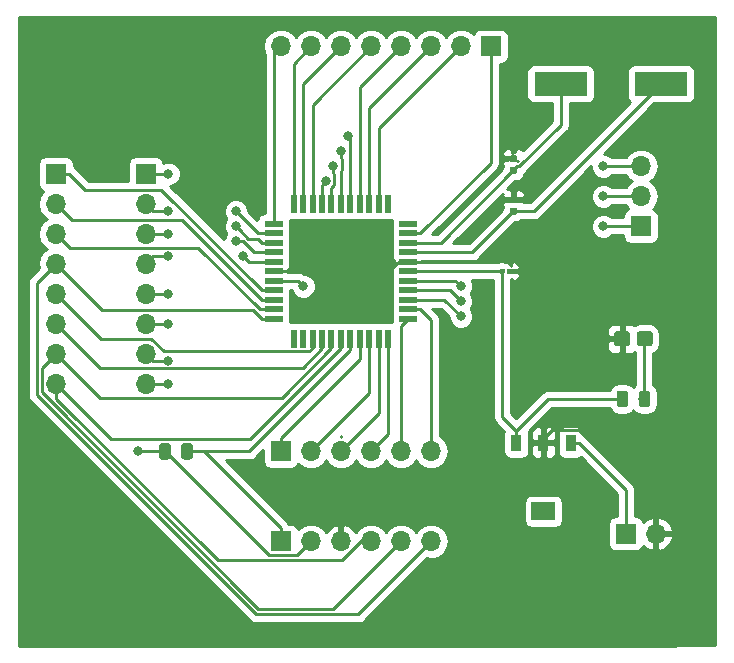
<source format=gbr>
G04 #@! TF.GenerationSoftware,KiCad,Pcbnew,(5.0.0-3-g5ebb6b6)*
G04 #@! TF.CreationDate,2021-02-23T05:46:04-05:00*
G04 #@! TF.ProjectId,PIC16F74Breakout,5049433136463734427265616B6F7574,rev?*
G04 #@! TF.SameCoordinates,Original*
G04 #@! TF.FileFunction,Copper,L1,Top,Signal*
G04 #@! TF.FilePolarity,Positive*
%FSLAX46Y46*%
G04 Gerber Fmt 4.6, Leading zero omitted, Abs format (unit mm)*
G04 Created by KiCad (PCBNEW (5.0.0-3-g5ebb6b6)) date Tuesday, February 23, 2021 at 05:46:04 AM*
%MOMM*%
%LPD*%
G01*
G04 APERTURE LIST*
G04 #@! TA.AperFunction,SMDPad,CuDef*
%ADD10R,0.889000X1.473200*%
G04 #@! TD*
G04 #@! TA.AperFunction,SMDPad,CuDef*
%ADD11R,2.000000X1.500000*%
G04 #@! TD*
G04 #@! TA.AperFunction,Conductor*
%ADD12C,0.100000*%
G04 #@! TD*
G04 #@! TA.AperFunction,SMDPad,CuDef*
%ADD13C,0.590000*%
G04 #@! TD*
G04 #@! TA.AperFunction,SMDPad,CuDef*
%ADD14C,0.400000*%
G04 #@! TD*
G04 #@! TA.AperFunction,SMDPad,CuDef*
%ADD15C,1.300000*%
G04 #@! TD*
G04 #@! TA.AperFunction,SMDPad,CuDef*
%ADD16R,1.500000X0.550000*%
G04 #@! TD*
G04 #@! TA.AperFunction,SMDPad,CuDef*
%ADD17R,0.550000X1.500000*%
G04 #@! TD*
G04 #@! TA.AperFunction,ComponentPad*
%ADD18R,1.700000X1.700000*%
G04 #@! TD*
G04 #@! TA.AperFunction,ComponentPad*
%ADD19O,1.700000X1.700000*%
G04 #@! TD*
G04 #@! TA.AperFunction,SMDPad,CuDef*
%ADD20C,0.975000*%
G04 #@! TD*
G04 #@! TA.AperFunction,SMDPad,CuDef*
%ADD21R,4.500000X2.000000*%
G04 #@! TD*
G04 #@! TA.AperFunction,ViaPad*
%ADD22C,0.800000*%
G04 #@! TD*
G04 #@! TA.AperFunction,Conductor*
%ADD23C,0.250000*%
G04 #@! TD*
G04 #@! TA.AperFunction,Conductor*
%ADD24C,0.254000*%
G04 #@! TD*
G04 APERTURE END LIST*
D10*
G04 #@! TO.P,U1,1*
G04 #@! TO.N,Net-(J2-Pad1)*
X160415000Y-107856000D03*
G04 #@! TO.P,U1,2*
G04 #@! TO.N,GND*
X158115000Y-107856000D03*
G04 #@! TO.P,U1,3*
G04 #@! TO.N,Net-(C3-Pad1)*
X155815000Y-107856000D03*
D11*
G04 #@! TO.P,U1,4*
G04 #@! TO.N,N/C*
X158115000Y-113665000D03*
G04 #@! TD*
D12*
G04 #@! TO.N,Net-(C1-Pad1)*
G04 #@! TO.C,C1*
G36*
X155761958Y-87970710D02*
X155776276Y-87972834D01*
X155790317Y-87976351D01*
X155803946Y-87981228D01*
X155817031Y-87987417D01*
X155829447Y-87994858D01*
X155841073Y-88003481D01*
X155851798Y-88013202D01*
X155861519Y-88023927D01*
X155870142Y-88035553D01*
X155877583Y-88047969D01*
X155883772Y-88061054D01*
X155888649Y-88074683D01*
X155892166Y-88088724D01*
X155894290Y-88103042D01*
X155895000Y-88117500D01*
X155895000Y-88412500D01*
X155894290Y-88426958D01*
X155892166Y-88441276D01*
X155888649Y-88455317D01*
X155883772Y-88468946D01*
X155877583Y-88482031D01*
X155870142Y-88494447D01*
X155861519Y-88506073D01*
X155851798Y-88516798D01*
X155841073Y-88526519D01*
X155829447Y-88535142D01*
X155817031Y-88542583D01*
X155803946Y-88548772D01*
X155790317Y-88553649D01*
X155776276Y-88557166D01*
X155761958Y-88559290D01*
X155747500Y-88560000D01*
X155402500Y-88560000D01*
X155388042Y-88559290D01*
X155373724Y-88557166D01*
X155359683Y-88553649D01*
X155346054Y-88548772D01*
X155332969Y-88542583D01*
X155320553Y-88535142D01*
X155308927Y-88526519D01*
X155298202Y-88516798D01*
X155288481Y-88506073D01*
X155279858Y-88494447D01*
X155272417Y-88482031D01*
X155266228Y-88468946D01*
X155261351Y-88455317D01*
X155257834Y-88441276D01*
X155255710Y-88426958D01*
X155255000Y-88412500D01*
X155255000Y-88117500D01*
X155255710Y-88103042D01*
X155257834Y-88088724D01*
X155261351Y-88074683D01*
X155266228Y-88061054D01*
X155272417Y-88047969D01*
X155279858Y-88035553D01*
X155288481Y-88023927D01*
X155298202Y-88013202D01*
X155308927Y-88003481D01*
X155320553Y-87994858D01*
X155332969Y-87987417D01*
X155346054Y-87981228D01*
X155359683Y-87976351D01*
X155373724Y-87972834D01*
X155388042Y-87970710D01*
X155402500Y-87970000D01*
X155747500Y-87970000D01*
X155761958Y-87970710D01*
X155761958Y-87970710D01*
G37*
D13*
G04 #@! TD*
G04 #@! TO.P,C1,1*
G04 #@! TO.N,Net-(C1-Pad1)*
X155575000Y-88265000D03*
D12*
G04 #@! TO.N,GND*
G04 #@! TO.C,C1*
G36*
X155761958Y-87000710D02*
X155776276Y-87002834D01*
X155790317Y-87006351D01*
X155803946Y-87011228D01*
X155817031Y-87017417D01*
X155829447Y-87024858D01*
X155841073Y-87033481D01*
X155851798Y-87043202D01*
X155861519Y-87053927D01*
X155870142Y-87065553D01*
X155877583Y-87077969D01*
X155883772Y-87091054D01*
X155888649Y-87104683D01*
X155892166Y-87118724D01*
X155894290Y-87133042D01*
X155895000Y-87147500D01*
X155895000Y-87442500D01*
X155894290Y-87456958D01*
X155892166Y-87471276D01*
X155888649Y-87485317D01*
X155883772Y-87498946D01*
X155877583Y-87512031D01*
X155870142Y-87524447D01*
X155861519Y-87536073D01*
X155851798Y-87546798D01*
X155841073Y-87556519D01*
X155829447Y-87565142D01*
X155817031Y-87572583D01*
X155803946Y-87578772D01*
X155790317Y-87583649D01*
X155776276Y-87587166D01*
X155761958Y-87589290D01*
X155747500Y-87590000D01*
X155402500Y-87590000D01*
X155388042Y-87589290D01*
X155373724Y-87587166D01*
X155359683Y-87583649D01*
X155346054Y-87578772D01*
X155332969Y-87572583D01*
X155320553Y-87565142D01*
X155308927Y-87556519D01*
X155298202Y-87546798D01*
X155288481Y-87536073D01*
X155279858Y-87524447D01*
X155272417Y-87512031D01*
X155266228Y-87498946D01*
X155261351Y-87485317D01*
X155257834Y-87471276D01*
X155255710Y-87456958D01*
X155255000Y-87442500D01*
X155255000Y-87147500D01*
X155255710Y-87133042D01*
X155257834Y-87118724D01*
X155261351Y-87104683D01*
X155266228Y-87091054D01*
X155272417Y-87077969D01*
X155279858Y-87065553D01*
X155288481Y-87053927D01*
X155298202Y-87043202D01*
X155308927Y-87033481D01*
X155320553Y-87024858D01*
X155332969Y-87017417D01*
X155346054Y-87011228D01*
X155359683Y-87006351D01*
X155373724Y-87002834D01*
X155388042Y-87000710D01*
X155402500Y-87000000D01*
X155747500Y-87000000D01*
X155761958Y-87000710D01*
X155761958Y-87000710D01*
G37*
D13*
G04 #@! TD*
G04 #@! TO.P,C1,2*
G04 #@! TO.N,GND*
X155575000Y-87295000D03*
D12*
G04 #@! TO.N,GND*
G04 #@! TO.C,C2*
G36*
X155761958Y-83525710D02*
X155776276Y-83527834D01*
X155790317Y-83531351D01*
X155803946Y-83536228D01*
X155817031Y-83542417D01*
X155829447Y-83549858D01*
X155841073Y-83558481D01*
X155851798Y-83568202D01*
X155861519Y-83578927D01*
X155870142Y-83590553D01*
X155877583Y-83602969D01*
X155883772Y-83616054D01*
X155888649Y-83629683D01*
X155892166Y-83643724D01*
X155894290Y-83658042D01*
X155895000Y-83672500D01*
X155895000Y-83967500D01*
X155894290Y-83981958D01*
X155892166Y-83996276D01*
X155888649Y-84010317D01*
X155883772Y-84023946D01*
X155877583Y-84037031D01*
X155870142Y-84049447D01*
X155861519Y-84061073D01*
X155851798Y-84071798D01*
X155841073Y-84081519D01*
X155829447Y-84090142D01*
X155817031Y-84097583D01*
X155803946Y-84103772D01*
X155790317Y-84108649D01*
X155776276Y-84112166D01*
X155761958Y-84114290D01*
X155747500Y-84115000D01*
X155402500Y-84115000D01*
X155388042Y-84114290D01*
X155373724Y-84112166D01*
X155359683Y-84108649D01*
X155346054Y-84103772D01*
X155332969Y-84097583D01*
X155320553Y-84090142D01*
X155308927Y-84081519D01*
X155298202Y-84071798D01*
X155288481Y-84061073D01*
X155279858Y-84049447D01*
X155272417Y-84037031D01*
X155266228Y-84023946D01*
X155261351Y-84010317D01*
X155257834Y-83996276D01*
X155255710Y-83981958D01*
X155255000Y-83967500D01*
X155255000Y-83672500D01*
X155255710Y-83658042D01*
X155257834Y-83643724D01*
X155261351Y-83629683D01*
X155266228Y-83616054D01*
X155272417Y-83602969D01*
X155279858Y-83590553D01*
X155288481Y-83578927D01*
X155298202Y-83568202D01*
X155308927Y-83558481D01*
X155320553Y-83549858D01*
X155332969Y-83542417D01*
X155346054Y-83536228D01*
X155359683Y-83531351D01*
X155373724Y-83527834D01*
X155388042Y-83525710D01*
X155402500Y-83525000D01*
X155747500Y-83525000D01*
X155761958Y-83525710D01*
X155761958Y-83525710D01*
G37*
D13*
G04 #@! TD*
G04 #@! TO.P,C2,2*
G04 #@! TO.N,GND*
X155575000Y-83820000D03*
D12*
G04 #@! TO.N,Net-(C2-Pad1)*
G04 #@! TO.C,C2*
G36*
X155761958Y-84495710D02*
X155776276Y-84497834D01*
X155790317Y-84501351D01*
X155803946Y-84506228D01*
X155817031Y-84512417D01*
X155829447Y-84519858D01*
X155841073Y-84528481D01*
X155851798Y-84538202D01*
X155861519Y-84548927D01*
X155870142Y-84560553D01*
X155877583Y-84572969D01*
X155883772Y-84586054D01*
X155888649Y-84599683D01*
X155892166Y-84613724D01*
X155894290Y-84628042D01*
X155895000Y-84642500D01*
X155895000Y-84937500D01*
X155894290Y-84951958D01*
X155892166Y-84966276D01*
X155888649Y-84980317D01*
X155883772Y-84993946D01*
X155877583Y-85007031D01*
X155870142Y-85019447D01*
X155861519Y-85031073D01*
X155851798Y-85041798D01*
X155841073Y-85051519D01*
X155829447Y-85060142D01*
X155817031Y-85067583D01*
X155803946Y-85073772D01*
X155790317Y-85078649D01*
X155776276Y-85082166D01*
X155761958Y-85084290D01*
X155747500Y-85085000D01*
X155402500Y-85085000D01*
X155388042Y-85084290D01*
X155373724Y-85082166D01*
X155359683Y-85078649D01*
X155346054Y-85073772D01*
X155332969Y-85067583D01*
X155320553Y-85060142D01*
X155308927Y-85051519D01*
X155298202Y-85041798D01*
X155288481Y-85031073D01*
X155279858Y-85019447D01*
X155272417Y-85007031D01*
X155266228Y-84993946D01*
X155261351Y-84980317D01*
X155257834Y-84966276D01*
X155255710Y-84951958D01*
X155255000Y-84937500D01*
X155255000Y-84642500D01*
X155255710Y-84628042D01*
X155257834Y-84613724D01*
X155261351Y-84599683D01*
X155266228Y-84586054D01*
X155272417Y-84572969D01*
X155279858Y-84560553D01*
X155288481Y-84548927D01*
X155298202Y-84538202D01*
X155308927Y-84528481D01*
X155320553Y-84519858D01*
X155332969Y-84512417D01*
X155346054Y-84506228D01*
X155359683Y-84501351D01*
X155373724Y-84497834D01*
X155388042Y-84495710D01*
X155402500Y-84495000D01*
X155747500Y-84495000D01*
X155761958Y-84495710D01*
X155761958Y-84495710D01*
G37*
D13*
G04 #@! TD*
G04 #@! TO.P,C2,1*
G04 #@! TO.N,Net-(C2-Pad1)*
X155575000Y-84790000D03*
D12*
G04 #@! TO.N,Net-(C3-Pad1)*
G04 #@! TO.C,C3*
G36*
X154759802Y-93145482D02*
X154769509Y-93146921D01*
X154779028Y-93149306D01*
X154788268Y-93152612D01*
X154797140Y-93156808D01*
X154805557Y-93161853D01*
X154813439Y-93167699D01*
X154820711Y-93174289D01*
X154827301Y-93181561D01*
X154833147Y-93189443D01*
X154838192Y-93197860D01*
X154842388Y-93206732D01*
X154845694Y-93215972D01*
X154848079Y-93225491D01*
X154849518Y-93235198D01*
X154850000Y-93245000D01*
X154850000Y-93445000D01*
X154849518Y-93454802D01*
X154848079Y-93464509D01*
X154845694Y-93474028D01*
X154842388Y-93483268D01*
X154838192Y-93492140D01*
X154833147Y-93500557D01*
X154827301Y-93508439D01*
X154820711Y-93515711D01*
X154813439Y-93522301D01*
X154805557Y-93528147D01*
X154797140Y-93533192D01*
X154788268Y-93537388D01*
X154779028Y-93540694D01*
X154769509Y-93543079D01*
X154759802Y-93544518D01*
X154750000Y-93545000D01*
X154490000Y-93545000D01*
X154480198Y-93544518D01*
X154470491Y-93543079D01*
X154460972Y-93540694D01*
X154451732Y-93537388D01*
X154442860Y-93533192D01*
X154434443Y-93528147D01*
X154426561Y-93522301D01*
X154419289Y-93515711D01*
X154412699Y-93508439D01*
X154406853Y-93500557D01*
X154401808Y-93492140D01*
X154397612Y-93483268D01*
X154394306Y-93474028D01*
X154391921Y-93464509D01*
X154390482Y-93454802D01*
X154390000Y-93445000D01*
X154390000Y-93245000D01*
X154390482Y-93235198D01*
X154391921Y-93225491D01*
X154394306Y-93215972D01*
X154397612Y-93206732D01*
X154401808Y-93197860D01*
X154406853Y-93189443D01*
X154412699Y-93181561D01*
X154419289Y-93174289D01*
X154426561Y-93167699D01*
X154434443Y-93161853D01*
X154442860Y-93156808D01*
X154451732Y-93152612D01*
X154460972Y-93149306D01*
X154470491Y-93146921D01*
X154480198Y-93145482D01*
X154490000Y-93145000D01*
X154750000Y-93145000D01*
X154759802Y-93145482D01*
X154759802Y-93145482D01*
G37*
D14*
G04 #@! TD*
G04 #@! TO.P,C3,1*
G04 #@! TO.N,Net-(C3-Pad1)*
X154620000Y-93345000D03*
D12*
G04 #@! TO.N,GND*
G04 #@! TO.C,C3*
G36*
X155399802Y-93145482D02*
X155409509Y-93146921D01*
X155419028Y-93149306D01*
X155428268Y-93152612D01*
X155437140Y-93156808D01*
X155445557Y-93161853D01*
X155453439Y-93167699D01*
X155460711Y-93174289D01*
X155467301Y-93181561D01*
X155473147Y-93189443D01*
X155478192Y-93197860D01*
X155482388Y-93206732D01*
X155485694Y-93215972D01*
X155488079Y-93225491D01*
X155489518Y-93235198D01*
X155490000Y-93245000D01*
X155490000Y-93445000D01*
X155489518Y-93454802D01*
X155488079Y-93464509D01*
X155485694Y-93474028D01*
X155482388Y-93483268D01*
X155478192Y-93492140D01*
X155473147Y-93500557D01*
X155467301Y-93508439D01*
X155460711Y-93515711D01*
X155453439Y-93522301D01*
X155445557Y-93528147D01*
X155437140Y-93533192D01*
X155428268Y-93537388D01*
X155419028Y-93540694D01*
X155409509Y-93543079D01*
X155399802Y-93544518D01*
X155390000Y-93545000D01*
X155130000Y-93545000D01*
X155120198Y-93544518D01*
X155110491Y-93543079D01*
X155100972Y-93540694D01*
X155091732Y-93537388D01*
X155082860Y-93533192D01*
X155074443Y-93528147D01*
X155066561Y-93522301D01*
X155059289Y-93515711D01*
X155052699Y-93508439D01*
X155046853Y-93500557D01*
X155041808Y-93492140D01*
X155037612Y-93483268D01*
X155034306Y-93474028D01*
X155031921Y-93464509D01*
X155030482Y-93454802D01*
X155030000Y-93445000D01*
X155030000Y-93245000D01*
X155030482Y-93235198D01*
X155031921Y-93225491D01*
X155034306Y-93215972D01*
X155037612Y-93206732D01*
X155041808Y-93197860D01*
X155046853Y-93189443D01*
X155052699Y-93181561D01*
X155059289Y-93174289D01*
X155066561Y-93167699D01*
X155074443Y-93161853D01*
X155082860Y-93156808D01*
X155091732Y-93152612D01*
X155100972Y-93149306D01*
X155110491Y-93146921D01*
X155120198Y-93145482D01*
X155130000Y-93145000D01*
X155390000Y-93145000D01*
X155399802Y-93145482D01*
X155399802Y-93145482D01*
G37*
D14*
G04 #@! TD*
G04 #@! TO.P,C3,2*
G04 #@! TO.N,GND*
X155260000Y-93345000D03*
D12*
G04 #@! TO.N,GND*
G04 #@! TO.C,D1*
G36*
X165209504Y-98411204D02*
X165233773Y-98414804D01*
X165257571Y-98420765D01*
X165280671Y-98429030D01*
X165302849Y-98439520D01*
X165323893Y-98452133D01*
X165343598Y-98466747D01*
X165361777Y-98483223D01*
X165378253Y-98501402D01*
X165392867Y-98521107D01*
X165405480Y-98542151D01*
X165415970Y-98564329D01*
X165424235Y-98587429D01*
X165430196Y-98611227D01*
X165433796Y-98635496D01*
X165435000Y-98660000D01*
X165435000Y-99460000D01*
X165433796Y-99484504D01*
X165430196Y-99508773D01*
X165424235Y-99532571D01*
X165415970Y-99555671D01*
X165405480Y-99577849D01*
X165392867Y-99598893D01*
X165378253Y-99618598D01*
X165361777Y-99636777D01*
X165343598Y-99653253D01*
X165323893Y-99667867D01*
X165302849Y-99680480D01*
X165280671Y-99690970D01*
X165257571Y-99699235D01*
X165233773Y-99705196D01*
X165209504Y-99708796D01*
X165185000Y-99710000D01*
X164360000Y-99710000D01*
X164335496Y-99708796D01*
X164311227Y-99705196D01*
X164287429Y-99699235D01*
X164264329Y-99690970D01*
X164242151Y-99680480D01*
X164221107Y-99667867D01*
X164201402Y-99653253D01*
X164183223Y-99636777D01*
X164166747Y-99618598D01*
X164152133Y-99598893D01*
X164139520Y-99577849D01*
X164129030Y-99555671D01*
X164120765Y-99532571D01*
X164114804Y-99508773D01*
X164111204Y-99484504D01*
X164110000Y-99460000D01*
X164110000Y-98660000D01*
X164111204Y-98635496D01*
X164114804Y-98611227D01*
X164120765Y-98587429D01*
X164129030Y-98564329D01*
X164139520Y-98542151D01*
X164152133Y-98521107D01*
X164166747Y-98501402D01*
X164183223Y-98483223D01*
X164201402Y-98466747D01*
X164221107Y-98452133D01*
X164242151Y-98439520D01*
X164264329Y-98429030D01*
X164287429Y-98420765D01*
X164311227Y-98414804D01*
X164335496Y-98411204D01*
X164360000Y-98410000D01*
X165185000Y-98410000D01*
X165209504Y-98411204D01*
X165209504Y-98411204D01*
G37*
D15*
G04 #@! TD*
G04 #@! TO.P,D1,1*
G04 #@! TO.N,GND*
X164772500Y-99060000D03*
D12*
G04 #@! TO.N,Net-(D1-Pad2)*
G04 #@! TO.C,D1*
G36*
X167134504Y-98411204D02*
X167158773Y-98414804D01*
X167182571Y-98420765D01*
X167205671Y-98429030D01*
X167227849Y-98439520D01*
X167248893Y-98452133D01*
X167268598Y-98466747D01*
X167286777Y-98483223D01*
X167303253Y-98501402D01*
X167317867Y-98521107D01*
X167330480Y-98542151D01*
X167340970Y-98564329D01*
X167349235Y-98587429D01*
X167355196Y-98611227D01*
X167358796Y-98635496D01*
X167360000Y-98660000D01*
X167360000Y-99460000D01*
X167358796Y-99484504D01*
X167355196Y-99508773D01*
X167349235Y-99532571D01*
X167340970Y-99555671D01*
X167330480Y-99577849D01*
X167317867Y-99598893D01*
X167303253Y-99618598D01*
X167286777Y-99636777D01*
X167268598Y-99653253D01*
X167248893Y-99667867D01*
X167227849Y-99680480D01*
X167205671Y-99690970D01*
X167182571Y-99699235D01*
X167158773Y-99705196D01*
X167134504Y-99708796D01*
X167110000Y-99710000D01*
X166285000Y-99710000D01*
X166260496Y-99708796D01*
X166236227Y-99705196D01*
X166212429Y-99699235D01*
X166189329Y-99690970D01*
X166167151Y-99680480D01*
X166146107Y-99667867D01*
X166126402Y-99653253D01*
X166108223Y-99636777D01*
X166091747Y-99618598D01*
X166077133Y-99598893D01*
X166064520Y-99577849D01*
X166054030Y-99555671D01*
X166045765Y-99532571D01*
X166039804Y-99508773D01*
X166036204Y-99484504D01*
X166035000Y-99460000D01*
X166035000Y-98660000D01*
X166036204Y-98635496D01*
X166039804Y-98611227D01*
X166045765Y-98587429D01*
X166054030Y-98564329D01*
X166064520Y-98542151D01*
X166077133Y-98521107D01*
X166091747Y-98501402D01*
X166108223Y-98483223D01*
X166126402Y-98466747D01*
X166146107Y-98452133D01*
X166167151Y-98439520D01*
X166189329Y-98429030D01*
X166212429Y-98420765D01*
X166236227Y-98414804D01*
X166260496Y-98411204D01*
X166285000Y-98410000D01*
X167110000Y-98410000D01*
X167134504Y-98411204D01*
X167134504Y-98411204D01*
G37*
D15*
G04 #@! TD*
G04 #@! TO.P,D1,2*
G04 #@! TO.N,Net-(D1-Pad2)*
X166697500Y-99060000D03*
D16*
G04 #@! TO.P,IC1,1*
G04 #@! TO.N,Net-(IC1-Pad1)*
X135270000Y-89345000D03*
G04 #@! TO.P,IC1,2*
G04 #@! TO.N,Net-(IC1-Pad2)*
X135270000Y-90145000D03*
G04 #@! TO.P,IC1,3*
G04 #@! TO.N,Net-(IC1-Pad3)*
X135270000Y-90945000D03*
G04 #@! TO.P,IC1,4*
G04 #@! TO.N,Net-(IC1-Pad4)*
X135270000Y-91745000D03*
G04 #@! TO.P,IC1,5*
G04 #@! TO.N,Net-(IC1-Pad5)*
X135270000Y-92545000D03*
G04 #@! TO.P,IC1,6*
G04 #@! TO.N,GND*
X135270000Y-93345000D03*
G04 #@! TO.P,IC1,7*
G04 #@! TO.N,Net-(IC1-Pad7)*
X135270000Y-94145000D03*
G04 #@! TO.P,IC1,8*
G04 #@! TO.N,Net-(IC1-Pad8)*
X135270000Y-94945000D03*
G04 #@! TO.P,IC1,9*
G04 #@! TO.N,Net-(IC1-Pad9)*
X135270000Y-95745000D03*
G04 #@! TO.P,IC1,10*
G04 #@! TO.N,Net-(IC1-Pad10)*
X135270000Y-96545000D03*
G04 #@! TO.P,IC1,11*
G04 #@! TO.N,Net-(IC1-Pad11)*
X135270000Y-97345000D03*
D17*
G04 #@! TO.P,IC1,12*
G04 #@! TO.N,Net-(IC1-Pad12)*
X136970000Y-99045000D03*
G04 #@! TO.P,IC1,13*
G04 #@! TO.N,Net-(IC1-Pad13)*
X137770000Y-99045000D03*
G04 #@! TO.P,IC1,14*
G04 #@! TO.N,Net-(IC1-Pad14)*
X138570000Y-99045000D03*
G04 #@! TO.P,IC1,15*
G04 #@! TO.N,Net-(IC1-Pad15)*
X139370000Y-99045000D03*
G04 #@! TO.P,IC1,16*
G04 #@! TO.N,Net-(IC1-Pad16)*
X140170000Y-99045000D03*
G04 #@! TO.P,IC1,17*
G04 #@! TO.N,Net-(IC1-Pad17)*
X140970000Y-99045000D03*
G04 #@! TO.P,IC1,18*
G04 #@! TO.N,Net-(IC1-Pad18)*
X141770000Y-99045000D03*
G04 #@! TO.P,IC1,19*
G04 #@! TO.N,Net-(IC1-Pad19)*
X142570000Y-99045000D03*
G04 #@! TO.P,IC1,20*
G04 #@! TO.N,Net-(IC1-Pad20)*
X143370000Y-99045000D03*
G04 #@! TO.P,IC1,21*
G04 #@! TO.N,Net-(IC1-Pad21)*
X144170000Y-99045000D03*
G04 #@! TO.P,IC1,22*
G04 #@! TO.N,Net-(IC1-Pad22)*
X144970000Y-99045000D03*
D16*
G04 #@! TO.P,IC1,23*
G04 #@! TO.N,Net-(IC1-Pad23)*
X146670000Y-97345000D03*
G04 #@! TO.P,IC1,24*
G04 #@! TO.N,Net-(IC1-Pad24)*
X146670000Y-96545000D03*
G04 #@! TO.P,IC1,25*
G04 #@! TO.N,Net-(IC1-Pad25)*
X146670000Y-95745000D03*
G04 #@! TO.P,IC1,26*
G04 #@! TO.N,Net-(IC1-Pad26)*
X146670000Y-94945000D03*
G04 #@! TO.P,IC1,27*
G04 #@! TO.N,Net-(IC1-Pad27)*
X146670000Y-94145000D03*
G04 #@! TO.P,IC1,28*
G04 #@! TO.N,Net-(C3-Pad1)*
X146670000Y-93345000D03*
G04 #@! TO.P,IC1,29*
G04 #@! TO.N,GND*
X146670000Y-92545000D03*
G04 #@! TO.P,IC1,30*
G04 #@! TO.N,Net-(C1-Pad1)*
X146670000Y-91745000D03*
G04 #@! TO.P,IC1,31*
G04 #@! TO.N,Net-(C2-Pad1)*
X146670000Y-90945000D03*
G04 #@! TO.P,IC1,32*
G04 #@! TO.N,Net-(IC1-Pad32)*
X146670000Y-90145000D03*
G04 #@! TO.P,IC1,33*
G04 #@! TO.N,Net-(IC1-Pad33)*
X146670000Y-89345000D03*
D17*
G04 #@! TO.P,IC1,34*
G04 #@! TO.N,Net-(IC1-Pad34)*
X144970000Y-87645000D03*
G04 #@! TO.P,IC1,35*
G04 #@! TO.N,Net-(IC1-Pad35)*
X144170000Y-87645000D03*
G04 #@! TO.P,IC1,36*
G04 #@! TO.N,Net-(IC1-Pad36)*
X143370000Y-87645000D03*
G04 #@! TO.P,IC1,37*
G04 #@! TO.N,Net-(IC1-Pad37)*
X142570000Y-87645000D03*
G04 #@! TO.P,IC1,38*
G04 #@! TO.N,Net-(IC1-Pad38)*
X141770000Y-87645000D03*
G04 #@! TO.P,IC1,39*
G04 #@! TO.N,Net-(IC1-Pad39)*
X140970000Y-87645000D03*
G04 #@! TO.P,IC1,40*
G04 #@! TO.N,Net-(IC1-Pad40)*
X140170000Y-87645000D03*
G04 #@! TO.P,IC1,41*
G04 #@! TO.N,Net-(IC1-Pad41)*
X139370000Y-87645000D03*
G04 #@! TO.P,IC1,42*
G04 #@! TO.N,Net-(IC1-Pad42)*
X138570000Y-87645000D03*
G04 #@! TO.P,IC1,43*
G04 #@! TO.N,Net-(IC1-Pad43)*
X137770000Y-87645000D03*
G04 #@! TO.P,IC1,44*
G04 #@! TO.N,Net-(IC1-Pad44)*
X136970000Y-87645000D03*
G04 #@! TD*
D18*
G04 #@! TO.P,J1,1*
G04 #@! TO.N,Net-(IC1-Pad18)*
X135890000Y-116205000D03*
D19*
G04 #@! TO.P,J1,2*
G04 #@! TO.N,Net-(IC1-Pad7)*
X138430000Y-116205000D03*
G04 #@! TO.P,J1,3*
G04 #@! TO.N,GND*
X140970000Y-116205000D03*
G04 #@! TO.P,J1,4*
G04 #@! TO.N,Net-(IC1-Pad17)*
X143510000Y-116205000D03*
G04 #@! TO.P,J1,5*
G04 #@! TO.N,Net-(IC1-Pad16)*
X146050000Y-116205000D03*
G04 #@! TO.P,J1,6*
G04 #@! TO.N,Net-(IC1-Pad11)*
X148590000Y-116205000D03*
G04 #@! TD*
D18*
G04 #@! TO.P,J2,1*
G04 #@! TO.N,Net-(J2-Pad1)*
X165100000Y-115570000D03*
D19*
G04 #@! TO.P,J2,2*
G04 #@! TO.N,GND*
X167640000Y-115570000D03*
G04 #@! TD*
D18*
G04 #@! TO.P,J3,1*
G04 #@! TO.N,Net-(IC1-Pad8)*
X116840000Y-85090000D03*
D19*
G04 #@! TO.P,J3,2*
G04 #@! TO.N,Net-(IC1-Pad9)*
X116840000Y-87630000D03*
G04 #@! TO.P,J3,3*
G04 #@! TO.N,Net-(IC1-Pad10)*
X116840000Y-90170000D03*
G04 #@! TO.P,J3,4*
G04 #@! TO.N,Net-(IC1-Pad11)*
X116840000Y-92710000D03*
G04 #@! TO.P,J3,5*
G04 #@! TO.N,Net-(IC1-Pad14)*
X116840000Y-95250000D03*
G04 #@! TO.P,J3,6*
G04 #@! TO.N,Net-(IC1-Pad15)*
X116840000Y-97790000D03*
G04 #@! TO.P,J3,7*
G04 #@! TO.N,Net-(IC1-Pad16)*
X116840000Y-100330000D03*
G04 #@! TO.P,J3,8*
G04 #@! TO.N,Net-(IC1-Pad17)*
X116840000Y-102870000D03*
G04 #@! TD*
G04 #@! TO.P,J4,6*
G04 #@! TO.N,Net-(IC1-Pad24)*
X148590000Y-108585000D03*
G04 #@! TO.P,J4,5*
G04 #@! TO.N,Net-(IC1-Pad23)*
X146050000Y-108585000D03*
G04 #@! TO.P,J4,4*
G04 #@! TO.N,Net-(IC1-Pad22)*
X143510000Y-108585000D03*
G04 #@! TO.P,J4,3*
G04 #@! TO.N,Net-(IC1-Pad21)*
X140970000Y-108585000D03*
G04 #@! TO.P,J4,2*
G04 #@! TO.N,Net-(IC1-Pad20)*
X138430000Y-108585000D03*
D18*
G04 #@! TO.P,J4,1*
G04 #@! TO.N,Net-(IC1-Pad19)*
X135890000Y-108585000D03*
G04 #@! TD*
G04 #@! TO.P,J5,1*
G04 #@! TO.N,Net-(IC1-Pad38)*
X124460000Y-85090000D03*
D19*
G04 #@! TO.P,J5,2*
G04 #@! TO.N,Net-(IC1-Pad39)*
X124460000Y-87630000D03*
G04 #@! TO.P,J5,3*
G04 #@! TO.N,Net-(IC1-Pad40)*
X124460000Y-90170000D03*
G04 #@! TO.P,J5,4*
G04 #@! TO.N,Net-(IC1-Pad41)*
X124460000Y-92710000D03*
G04 #@! TO.P,J5,5*
G04 #@! TO.N,Net-(IC1-Pad2)*
X124460000Y-95250000D03*
G04 #@! TO.P,J5,6*
G04 #@! TO.N,Net-(IC1-Pad3)*
X124460000Y-97790000D03*
G04 #@! TO.P,J5,7*
G04 #@! TO.N,Net-(IC1-Pad4)*
X124460000Y-100330000D03*
G04 #@! TO.P,J5,8*
G04 #@! TO.N,Net-(IC1-Pad5)*
X124460000Y-102870000D03*
G04 #@! TD*
G04 #@! TO.P,J6,8*
G04 #@! TO.N,Net-(IC1-Pad1)*
X135890000Y-74295000D03*
G04 #@! TO.P,J6,7*
G04 #@! TO.N,Net-(IC1-Pad44)*
X138430000Y-74295000D03*
G04 #@! TO.P,J6,6*
G04 #@! TO.N,Net-(IC1-Pad43)*
X140970000Y-74295000D03*
G04 #@! TO.P,J6,5*
G04 #@! TO.N,Net-(IC1-Pad42)*
X143510000Y-74295000D03*
G04 #@! TO.P,J6,4*
G04 #@! TO.N,Net-(IC1-Pad37)*
X146050000Y-74295000D03*
G04 #@! TO.P,J6,3*
G04 #@! TO.N,Net-(IC1-Pad36)*
X148590000Y-74295000D03*
G04 #@! TO.P,J6,2*
G04 #@! TO.N,Net-(IC1-Pad35)*
X151130000Y-74295000D03*
D18*
G04 #@! TO.P,J6,1*
G04 #@! TO.N,Net-(IC1-Pad32)*
X153670000Y-74295000D03*
G04 #@! TD*
G04 #@! TO.P,J7,1*
G04 #@! TO.N,Net-(IC1-Pad25)*
X166370000Y-89535000D03*
D19*
G04 #@! TO.P,J7,2*
G04 #@! TO.N,Net-(IC1-Pad26)*
X166370000Y-86995000D03*
G04 #@! TO.P,J7,3*
G04 #@! TO.N,Net-(IC1-Pad27)*
X166370000Y-84455000D03*
G04 #@! TD*
D12*
G04 #@! TO.N,Net-(IC1-Pad7)*
G04 #@! TO.C,R1*
G36*
X126330142Y-107886174D02*
X126353803Y-107889684D01*
X126377007Y-107895496D01*
X126399529Y-107903554D01*
X126421153Y-107913782D01*
X126441670Y-107926079D01*
X126460883Y-107940329D01*
X126478607Y-107956393D01*
X126494671Y-107974117D01*
X126508921Y-107993330D01*
X126521218Y-108013847D01*
X126531446Y-108035471D01*
X126539504Y-108057993D01*
X126545316Y-108081197D01*
X126548826Y-108104858D01*
X126550000Y-108128750D01*
X126550000Y-109041250D01*
X126548826Y-109065142D01*
X126545316Y-109088803D01*
X126539504Y-109112007D01*
X126531446Y-109134529D01*
X126521218Y-109156153D01*
X126508921Y-109176670D01*
X126494671Y-109195883D01*
X126478607Y-109213607D01*
X126460883Y-109229671D01*
X126441670Y-109243921D01*
X126421153Y-109256218D01*
X126399529Y-109266446D01*
X126377007Y-109274504D01*
X126353803Y-109280316D01*
X126330142Y-109283826D01*
X126306250Y-109285000D01*
X125818750Y-109285000D01*
X125794858Y-109283826D01*
X125771197Y-109280316D01*
X125747993Y-109274504D01*
X125725471Y-109266446D01*
X125703847Y-109256218D01*
X125683330Y-109243921D01*
X125664117Y-109229671D01*
X125646393Y-109213607D01*
X125630329Y-109195883D01*
X125616079Y-109176670D01*
X125603782Y-109156153D01*
X125593554Y-109134529D01*
X125585496Y-109112007D01*
X125579684Y-109088803D01*
X125576174Y-109065142D01*
X125575000Y-109041250D01*
X125575000Y-108128750D01*
X125576174Y-108104858D01*
X125579684Y-108081197D01*
X125585496Y-108057993D01*
X125593554Y-108035471D01*
X125603782Y-108013847D01*
X125616079Y-107993330D01*
X125630329Y-107974117D01*
X125646393Y-107956393D01*
X125664117Y-107940329D01*
X125683330Y-107926079D01*
X125703847Y-107913782D01*
X125725471Y-107903554D01*
X125747993Y-107895496D01*
X125771197Y-107889684D01*
X125794858Y-107886174D01*
X125818750Y-107885000D01*
X126306250Y-107885000D01*
X126330142Y-107886174D01*
X126330142Y-107886174D01*
G37*
D20*
G04 #@! TD*
G04 #@! TO.P,R1,1*
G04 #@! TO.N,Net-(IC1-Pad7)*
X126062500Y-108585000D03*
D12*
G04 #@! TO.N,Net-(IC1-Pad18)*
G04 #@! TO.C,R1*
G36*
X128205142Y-107886174D02*
X128228803Y-107889684D01*
X128252007Y-107895496D01*
X128274529Y-107903554D01*
X128296153Y-107913782D01*
X128316670Y-107926079D01*
X128335883Y-107940329D01*
X128353607Y-107956393D01*
X128369671Y-107974117D01*
X128383921Y-107993330D01*
X128396218Y-108013847D01*
X128406446Y-108035471D01*
X128414504Y-108057993D01*
X128420316Y-108081197D01*
X128423826Y-108104858D01*
X128425000Y-108128750D01*
X128425000Y-109041250D01*
X128423826Y-109065142D01*
X128420316Y-109088803D01*
X128414504Y-109112007D01*
X128406446Y-109134529D01*
X128396218Y-109156153D01*
X128383921Y-109176670D01*
X128369671Y-109195883D01*
X128353607Y-109213607D01*
X128335883Y-109229671D01*
X128316670Y-109243921D01*
X128296153Y-109256218D01*
X128274529Y-109266446D01*
X128252007Y-109274504D01*
X128228803Y-109280316D01*
X128205142Y-109283826D01*
X128181250Y-109285000D01*
X127693750Y-109285000D01*
X127669858Y-109283826D01*
X127646197Y-109280316D01*
X127622993Y-109274504D01*
X127600471Y-109266446D01*
X127578847Y-109256218D01*
X127558330Y-109243921D01*
X127539117Y-109229671D01*
X127521393Y-109213607D01*
X127505329Y-109195883D01*
X127491079Y-109176670D01*
X127478782Y-109156153D01*
X127468554Y-109134529D01*
X127460496Y-109112007D01*
X127454684Y-109088803D01*
X127451174Y-109065142D01*
X127450000Y-109041250D01*
X127450000Y-108128750D01*
X127451174Y-108104858D01*
X127454684Y-108081197D01*
X127460496Y-108057993D01*
X127468554Y-108035471D01*
X127478782Y-108013847D01*
X127491079Y-107993330D01*
X127505329Y-107974117D01*
X127521393Y-107956393D01*
X127539117Y-107940329D01*
X127558330Y-107926079D01*
X127578847Y-107913782D01*
X127600471Y-107903554D01*
X127622993Y-107895496D01*
X127646197Y-107889684D01*
X127669858Y-107886174D01*
X127693750Y-107885000D01*
X128181250Y-107885000D01*
X128205142Y-107886174D01*
X128205142Y-107886174D01*
G37*
D20*
G04 #@! TD*
G04 #@! TO.P,R1,2*
G04 #@! TO.N,Net-(IC1-Pad18)*
X127937500Y-108585000D03*
D12*
G04 #@! TO.N,Net-(C3-Pad1)*
G04 #@! TO.C,R2*
G36*
X165065142Y-103441174D02*
X165088803Y-103444684D01*
X165112007Y-103450496D01*
X165134529Y-103458554D01*
X165156153Y-103468782D01*
X165176670Y-103481079D01*
X165195883Y-103495329D01*
X165213607Y-103511393D01*
X165229671Y-103529117D01*
X165243921Y-103548330D01*
X165256218Y-103568847D01*
X165266446Y-103590471D01*
X165274504Y-103612993D01*
X165280316Y-103636197D01*
X165283826Y-103659858D01*
X165285000Y-103683750D01*
X165285000Y-104596250D01*
X165283826Y-104620142D01*
X165280316Y-104643803D01*
X165274504Y-104667007D01*
X165266446Y-104689529D01*
X165256218Y-104711153D01*
X165243921Y-104731670D01*
X165229671Y-104750883D01*
X165213607Y-104768607D01*
X165195883Y-104784671D01*
X165176670Y-104798921D01*
X165156153Y-104811218D01*
X165134529Y-104821446D01*
X165112007Y-104829504D01*
X165088803Y-104835316D01*
X165065142Y-104838826D01*
X165041250Y-104840000D01*
X164553750Y-104840000D01*
X164529858Y-104838826D01*
X164506197Y-104835316D01*
X164482993Y-104829504D01*
X164460471Y-104821446D01*
X164438847Y-104811218D01*
X164418330Y-104798921D01*
X164399117Y-104784671D01*
X164381393Y-104768607D01*
X164365329Y-104750883D01*
X164351079Y-104731670D01*
X164338782Y-104711153D01*
X164328554Y-104689529D01*
X164320496Y-104667007D01*
X164314684Y-104643803D01*
X164311174Y-104620142D01*
X164310000Y-104596250D01*
X164310000Y-103683750D01*
X164311174Y-103659858D01*
X164314684Y-103636197D01*
X164320496Y-103612993D01*
X164328554Y-103590471D01*
X164338782Y-103568847D01*
X164351079Y-103548330D01*
X164365329Y-103529117D01*
X164381393Y-103511393D01*
X164399117Y-103495329D01*
X164418330Y-103481079D01*
X164438847Y-103468782D01*
X164460471Y-103458554D01*
X164482993Y-103450496D01*
X164506197Y-103444684D01*
X164529858Y-103441174D01*
X164553750Y-103440000D01*
X165041250Y-103440000D01*
X165065142Y-103441174D01*
X165065142Y-103441174D01*
G37*
D20*
G04 #@! TD*
G04 #@! TO.P,R2,2*
G04 #@! TO.N,Net-(C3-Pad1)*
X164797500Y-104140000D03*
D12*
G04 #@! TO.N,Net-(D1-Pad2)*
G04 #@! TO.C,R2*
G36*
X166940142Y-103441174D02*
X166963803Y-103444684D01*
X166987007Y-103450496D01*
X167009529Y-103458554D01*
X167031153Y-103468782D01*
X167051670Y-103481079D01*
X167070883Y-103495329D01*
X167088607Y-103511393D01*
X167104671Y-103529117D01*
X167118921Y-103548330D01*
X167131218Y-103568847D01*
X167141446Y-103590471D01*
X167149504Y-103612993D01*
X167155316Y-103636197D01*
X167158826Y-103659858D01*
X167160000Y-103683750D01*
X167160000Y-104596250D01*
X167158826Y-104620142D01*
X167155316Y-104643803D01*
X167149504Y-104667007D01*
X167141446Y-104689529D01*
X167131218Y-104711153D01*
X167118921Y-104731670D01*
X167104671Y-104750883D01*
X167088607Y-104768607D01*
X167070883Y-104784671D01*
X167051670Y-104798921D01*
X167031153Y-104811218D01*
X167009529Y-104821446D01*
X166987007Y-104829504D01*
X166963803Y-104835316D01*
X166940142Y-104838826D01*
X166916250Y-104840000D01*
X166428750Y-104840000D01*
X166404858Y-104838826D01*
X166381197Y-104835316D01*
X166357993Y-104829504D01*
X166335471Y-104821446D01*
X166313847Y-104811218D01*
X166293330Y-104798921D01*
X166274117Y-104784671D01*
X166256393Y-104768607D01*
X166240329Y-104750883D01*
X166226079Y-104731670D01*
X166213782Y-104711153D01*
X166203554Y-104689529D01*
X166195496Y-104667007D01*
X166189684Y-104643803D01*
X166186174Y-104620142D01*
X166185000Y-104596250D01*
X166185000Y-103683750D01*
X166186174Y-103659858D01*
X166189684Y-103636197D01*
X166195496Y-103612993D01*
X166203554Y-103590471D01*
X166213782Y-103568847D01*
X166226079Y-103548330D01*
X166240329Y-103529117D01*
X166256393Y-103511393D01*
X166274117Y-103495329D01*
X166293330Y-103481079D01*
X166313847Y-103468782D01*
X166335471Y-103458554D01*
X166357993Y-103450496D01*
X166381197Y-103444684D01*
X166404858Y-103441174D01*
X166428750Y-103440000D01*
X166916250Y-103440000D01*
X166940142Y-103441174D01*
X166940142Y-103441174D01*
G37*
D20*
G04 #@! TD*
G04 #@! TO.P,R2,1*
G04 #@! TO.N,Net-(D1-Pad2)*
X166672500Y-104140000D03*
D21*
G04 #@! TO.P,Y1,1*
G04 #@! TO.N,Net-(C1-Pad1)*
X168080000Y-77470000D03*
G04 #@! TO.P,Y1,2*
G04 #@! TO.N,Net-(C2-Pad1)*
X159580000Y-77470000D03*
G04 #@! TD*
D22*
G04 #@! TO.N,Net-(IC1-Pad2)*
X126365000Y-95250000D03*
X132080000Y-88265000D03*
G04 #@! TO.N,Net-(IC1-Pad3)*
X126365000Y-97790000D03*
X132080000Y-89535000D03*
G04 #@! TO.N,Net-(IC1-Pad4)*
X126365000Y-100965000D03*
X132080000Y-90805000D03*
G04 #@! TO.N,Net-(IC1-Pad5)*
X126365000Y-102870000D03*
X132715000Y-92075000D03*
G04 #@! TO.N,Net-(IC1-Pad7)*
X137795000Y-94615000D03*
X123825000Y-108585000D03*
G04 #@! TO.N,Net-(IC1-Pad25)*
X163195000Y-89535000D03*
X151130000Y-97155000D03*
G04 #@! TO.N,Net-(IC1-Pad26)*
X163195000Y-86995000D03*
X151130000Y-95885000D03*
G04 #@! TO.N,Net-(IC1-Pad27)*
X163195000Y-84455000D03*
X151130000Y-94615000D03*
G04 #@! TO.N,Net-(IC1-Pad38)*
X141605000Y-81915000D03*
X126365000Y-85090000D03*
G04 #@! TO.N,Net-(IC1-Pad39)*
X140970000Y-83185000D03*
X126365000Y-88265000D03*
G04 #@! TO.N,Net-(IC1-Pad40)*
X140335000Y-84455000D03*
X126365000Y-90170000D03*
G04 #@! TO.N,Net-(IC1-Pad41)*
X139700000Y-85725000D03*
X126365000Y-92075000D03*
G04 #@! TD*
D23*
G04 #@! TO.N,*
X140970000Y-107315000D02*
X140970000Y-107409999D01*
G04 #@! TO.N,Net-(C1-Pad1)*
X155909168Y-83970832D02*
X155927400Y-83970832D01*
X155575000Y-88265000D02*
X155995000Y-88265000D01*
X152095000Y-91745000D02*
X146670000Y-91745000D01*
X155575000Y-88265000D02*
X152095000Y-91745000D01*
X157285000Y-88265000D02*
X168080000Y-77470000D01*
X155575000Y-88265000D02*
X157285000Y-88265000D01*
G04 #@! TO.N,GND*
X158884501Y-106794399D02*
X158115000Y-107563900D01*
X161119501Y-106794399D02*
X158884501Y-106794399D01*
X158115000Y-107563900D02*
X158115000Y-107856000D01*
X167640000Y-113314898D02*
X161119501Y-106794399D01*
X167640000Y-115570000D02*
X167640000Y-113314898D01*
X146670000Y-92545000D02*
X147790000Y-92545000D01*
X145859998Y-92545000D02*
X146670000Y-92545000D01*
X145059998Y-93345000D02*
X145859998Y-92545000D01*
X135270000Y-93345000D02*
X145059998Y-93345000D01*
G04 #@! TO.N,Net-(C2-Pad1)*
X155909168Y-84455832D02*
X156078810Y-84455832D01*
X155575000Y-84790000D02*
X155909168Y-84455832D01*
X149420000Y-90945000D02*
X146670000Y-90945000D01*
X155575000Y-84790000D02*
X149420000Y-90945000D01*
X159580000Y-78720000D02*
X159580000Y-77470000D01*
X159580000Y-80954642D02*
X159580000Y-78720000D01*
X156078810Y-84455832D02*
X159580000Y-80954642D01*
G04 #@! TO.N,Net-(C3-Pad1)*
X154620000Y-93645000D02*
X154620000Y-93345000D01*
X154620000Y-105674400D02*
X154620000Y-93645000D01*
X155815000Y-106869400D02*
X154620000Y-105674400D01*
X154620000Y-93345000D02*
X146670000Y-93345000D01*
X164210000Y-104140000D02*
X164797500Y-104140000D01*
X158544400Y-104140000D02*
X164210000Y-104140000D01*
X155815000Y-106869400D02*
X158544400Y-104140000D01*
X155815000Y-107856000D02*
X155815000Y-106869400D01*
G04 #@! TO.N,Net-(IC1-Pad1)*
X135270000Y-74915000D02*
X135890000Y-74295000D01*
X135270000Y-89345000D02*
X135270000Y-74915000D01*
G04 #@! TO.N,Net-(IC1-Pad2)*
X126365000Y-95250000D02*
X124460000Y-95250000D01*
X133960000Y-90145000D02*
X132080000Y-88265000D01*
X135270000Y-90145000D02*
X133960000Y-90145000D01*
G04 #@! TO.N,Net-(IC1-Pad3)*
X126365000Y-97790000D02*
X124460000Y-97790000D01*
X133140010Y-90595010D02*
X132479999Y-89934999D01*
X134270000Y-90945000D02*
X133920010Y-90595010D01*
X132479999Y-89934999D02*
X132080000Y-89535000D01*
X133920010Y-90595010D02*
X133140010Y-90595010D01*
X135270000Y-90945000D02*
X134270000Y-90945000D01*
G04 #@! TO.N,Net-(IC1-Pad4)*
X125095000Y-100965000D02*
X124460000Y-100330000D01*
X126365000Y-100965000D02*
X125095000Y-100965000D01*
X132645685Y-90805000D02*
X132080000Y-90805000D01*
X132713590Y-90805000D02*
X132645685Y-90805000D01*
X133653590Y-91745000D02*
X132713590Y-90805000D01*
X135270000Y-91745000D02*
X133653590Y-91745000D01*
G04 #@! TO.N,Net-(IC1-Pad5)*
X126365000Y-102870000D02*
X124460000Y-102870000D01*
X133185000Y-92545000D02*
X132715000Y-92075000D01*
X135270000Y-92545000D02*
X133185000Y-92545000D01*
G04 #@! TO.N,Net-(IC1-Pad7)*
X137254999Y-117380001D02*
X137580001Y-117054999D01*
X134857501Y-117380001D02*
X137254999Y-117380001D01*
X137580001Y-117054999D02*
X138430000Y-116205000D01*
X126062500Y-108585000D02*
X134857501Y-117380001D01*
X126062500Y-108585000D02*
X123825000Y-108585000D01*
X137325000Y-94145000D02*
X135270000Y-94145000D01*
X137795000Y-94615000D02*
X137325000Y-94145000D01*
G04 #@! TO.N,Net-(IC1-Pad8)*
X119304999Y-86454999D02*
X125779999Y-86454999D01*
X134270000Y-94945000D02*
X135270000Y-94945000D01*
X117940000Y-85090000D02*
X119304999Y-86454999D01*
X125779999Y-86454999D02*
X134270000Y-94945000D01*
X116840000Y-85090000D02*
X117940000Y-85090000D01*
G04 #@! TO.N,Net-(IC1-Pad9)*
X127519999Y-88994999D02*
X134270000Y-95745000D01*
X134270000Y-95745000D02*
X135270000Y-95745000D01*
X118204999Y-88994999D02*
X127519999Y-88994999D01*
X116840000Y-87630000D02*
X118204999Y-88994999D01*
G04 #@! TO.N,Net-(IC1-Pad10)*
X134106410Y-96545000D02*
X134270000Y-96545000D01*
X134270000Y-96545000D02*
X135270000Y-96545000D01*
X128906411Y-91345001D02*
X134106410Y-96545000D01*
X118015001Y-91345001D02*
X128906411Y-91345001D01*
X116840000Y-90170000D02*
X118015001Y-91345001D01*
G04 #@! TO.N,Net-(IC1-Pad11)*
X133797189Y-122370009D02*
X115214989Y-103787809D01*
X142424991Y-122370009D02*
X133797189Y-122370009D01*
X148590000Y-116205000D02*
X142424991Y-122370009D01*
X115214989Y-94335011D02*
X116840000Y-92710000D01*
X115214989Y-103787809D02*
X115214989Y-94335011D01*
X120744999Y-96614999D02*
X133539999Y-96614999D01*
X134270000Y-97345000D02*
X135270000Y-97345000D01*
X133539999Y-96614999D02*
X134270000Y-97345000D01*
X116840000Y-92710000D02*
X120744999Y-96614999D01*
G04 #@! TO.N,Net-(IC1-Pad14)*
X116840000Y-95250000D02*
X120650000Y-99060000D01*
X138305001Y-100120001D02*
X138570000Y-99855002D01*
X138570000Y-99855002D02*
X138570000Y-99045000D01*
X124929002Y-99060000D02*
X125989003Y-100120001D01*
X125989003Y-100120001D02*
X138305001Y-100120001D01*
X120650000Y-99060000D02*
X124929002Y-99060000D01*
G04 #@! TO.N,Net-(IC1-Pad15)*
X139370000Y-99855002D02*
X139370000Y-99045000D01*
X137720001Y-101505001D02*
X139370000Y-99855002D01*
X120555001Y-101505001D02*
X137720001Y-101505001D01*
X116840000Y-97790000D02*
X120555001Y-101505001D01*
G04 #@! TO.N,Net-(IC1-Pad16)*
X115664999Y-103601409D02*
X115664999Y-101505001D01*
X133983590Y-121920000D02*
X115664999Y-103601409D01*
X115664999Y-101505001D02*
X115990001Y-101179999D01*
X140335000Y-121920000D02*
X133983590Y-121920000D01*
X115990001Y-101179999D02*
X116840000Y-100330000D01*
X146050000Y-116205000D02*
X140335000Y-121920000D01*
X140170000Y-99855002D02*
X140170000Y-99045000D01*
X135980001Y-104045001D02*
X140170000Y-99855002D01*
X120555001Y-104045001D02*
X135980001Y-104045001D01*
X116840000Y-100330000D02*
X120555001Y-104045001D01*
G04 #@! TO.N,Net-(IC1-Pad17)*
X141083989Y-117830012D02*
X130530012Y-117830012D01*
X142709002Y-116205000D02*
X141083989Y-117830012D01*
X143510000Y-116205000D02*
X142709002Y-116205000D01*
X116840000Y-104140000D02*
X116840000Y-102870000D01*
X130530012Y-117830012D02*
X116840000Y-104140000D01*
X140970000Y-99855002D02*
X140970000Y-99045000D01*
X133265012Y-107559990D02*
X140970000Y-99855002D01*
X121529990Y-107559990D02*
X133265012Y-107559990D01*
X116840000Y-102870000D02*
X121529990Y-107559990D01*
G04 #@! TO.N,Net-(IC1-Pad18)*
X141770000Y-100045000D02*
X141770000Y-99045000D01*
X133230000Y-108585000D02*
X141770000Y-100045000D01*
X127937500Y-108585000D02*
X133230000Y-108585000D01*
X128525000Y-108585000D02*
X127937500Y-108585000D01*
X129370000Y-108585000D02*
X128525000Y-108585000D01*
X135890000Y-115105000D02*
X129370000Y-108585000D01*
X135890000Y-116205000D02*
X135890000Y-115105000D01*
G04 #@! TO.N,Net-(IC1-Pad19)*
X142570000Y-100045000D02*
X142570000Y-99045000D01*
X142570000Y-100805000D02*
X142570000Y-100045000D01*
X135890000Y-107485000D02*
X142570000Y-100805000D01*
X135890000Y-108585000D02*
X135890000Y-107485000D01*
G04 #@! TO.N,Net-(IC1-Pad20)*
X143370000Y-103645000D02*
X143370000Y-99045000D01*
X138430000Y-108585000D02*
X143370000Y-103645000D01*
G04 #@! TO.N,Net-(IC1-Pad21)*
X144170000Y-105385000D02*
X144170000Y-99045000D01*
X140970000Y-108585000D02*
X144170000Y-105385000D01*
G04 #@! TO.N,Net-(IC1-Pad22)*
X144970000Y-107125000D02*
X144970000Y-99045000D01*
X143510000Y-108585000D02*
X144970000Y-107125000D01*
G04 #@! TO.N,Net-(IC1-Pad23)*
X146050000Y-97965000D02*
X146670000Y-97345000D01*
X146050000Y-108585000D02*
X146050000Y-97965000D01*
G04 #@! TO.N,Net-(IC1-Pad24)*
X147670000Y-96545000D02*
X146670000Y-96545000D01*
X148590000Y-97465000D02*
X147670000Y-96545000D01*
X148590000Y-108585000D02*
X148590000Y-97465000D01*
G04 #@! TO.N,Net-(IC1-Pad25)*
X149720000Y-95745000D02*
X151130000Y-97155000D01*
X146670000Y-95745000D02*
X149720000Y-95745000D01*
X166370000Y-89535000D02*
X163195000Y-89535000D01*
G04 #@! TO.N,Net-(IC1-Pad26)*
X150190000Y-94945000D02*
X151130000Y-95885000D01*
X146670000Y-94945000D02*
X150190000Y-94945000D01*
X166370000Y-86995000D02*
X163195000Y-86995000D01*
G04 #@! TO.N,Net-(IC1-Pad27)*
X150660000Y-94145000D02*
X151130000Y-94615000D01*
X146670000Y-94145000D02*
X150660000Y-94145000D01*
X166370000Y-84455000D02*
X163195000Y-84455000D01*
G04 #@! TO.N,Net-(IC1-Pad32)*
X153670000Y-84145000D02*
X153670000Y-74295000D01*
X147670000Y-90145000D02*
X153670000Y-84145000D01*
X146670000Y-90145000D02*
X147670000Y-90145000D01*
G04 #@! TO.N,Net-(IC1-Pad35)*
X144170000Y-81255000D02*
X151130000Y-74295000D01*
X144170000Y-87645000D02*
X144170000Y-81255000D01*
G04 #@! TO.N,Net-(IC1-Pad36)*
X143370000Y-79515000D02*
X148590000Y-74295000D01*
X143370000Y-87645000D02*
X143370000Y-79515000D01*
G04 #@! TO.N,Net-(IC1-Pad37)*
X142570000Y-77775000D02*
X146050000Y-74295000D01*
X142570000Y-87645000D02*
X142570000Y-77775000D01*
G04 #@! TO.N,Net-(IC1-Pad38)*
X126365000Y-85090000D02*
X124460000Y-85090000D01*
X141770000Y-82080000D02*
X141605000Y-81915000D01*
X141770000Y-87645000D02*
X141770000Y-82080000D01*
G04 #@! TO.N,Net-(IC1-Pad39)*
X125095000Y-88265000D02*
X124460000Y-87630000D01*
X126365000Y-88265000D02*
X125095000Y-88265000D01*
X140970000Y-83750685D02*
X140970000Y-83185000D01*
X141060001Y-83840686D02*
X140970000Y-83750685D01*
X141060001Y-84803001D02*
X141060001Y-83840686D01*
X140970000Y-84893002D02*
X141060001Y-84803001D01*
X140970000Y-87645000D02*
X140970000Y-84893002D01*
G04 #@! TO.N,Net-(IC1-Pad40)*
X126365000Y-90170000D02*
X124460000Y-90170000D01*
X140335000Y-85020685D02*
X140335000Y-84455000D01*
X140425001Y-85110686D02*
X140335000Y-85020685D01*
X140425001Y-86073001D02*
X140425001Y-85110686D01*
X140170000Y-86328002D02*
X140425001Y-86073001D01*
X140170000Y-87645000D02*
X140170000Y-86328002D01*
G04 #@! TO.N,Net-(IC1-Pad41)*
X139370000Y-87300000D02*
X139300001Y-87230001D01*
X139370000Y-87645000D02*
X139370000Y-87300000D01*
X125095000Y-92075000D02*
X124460000Y-92710000D01*
X126365000Y-92075000D02*
X125095000Y-92075000D01*
X139370000Y-86055000D02*
X139700000Y-85725000D01*
X139370000Y-87645000D02*
X139370000Y-86055000D01*
G04 #@! TO.N,Net-(IC1-Pad42)*
X138570000Y-79235000D02*
X143510000Y-74295000D01*
X138570000Y-87645000D02*
X138570000Y-79235000D01*
G04 #@! TO.N,Net-(IC1-Pad43)*
X137770000Y-77495000D02*
X140970000Y-74295000D01*
X137770000Y-87645000D02*
X137770000Y-77495000D01*
G04 #@! TO.N,Net-(IC1-Pad44)*
X136970000Y-75755000D02*
X138430000Y-74295000D01*
X136970000Y-87645000D02*
X136970000Y-75755000D01*
G04 #@! TO.N,Net-(J2-Pad1)*
X161109500Y-107856000D02*
X160415000Y-107856000D01*
X165100000Y-111846500D02*
X161109500Y-107856000D01*
X165100000Y-115570000D02*
X165100000Y-111846500D01*
G04 #@! TO.N,Net-(D1-Pad2)*
X166672500Y-99085000D02*
X166697500Y-99060000D01*
X166672500Y-104140000D02*
X166672500Y-99085000D01*
G04 #@! TD*
D24*
G04 #@! TO.N,GND*
G36*
X172670001Y-124975204D02*
X166039346Y-125045000D01*
X113715000Y-125045000D01*
X113715000Y-94335011D01*
X114440101Y-94335011D01*
X114454990Y-94409863D01*
X114454989Y-103712962D01*
X114440101Y-103787809D01*
X114454989Y-103862656D01*
X114454989Y-103862660D01*
X114499085Y-104084345D01*
X114667060Y-104335738D01*
X114730519Y-104378140D01*
X133206860Y-122854482D01*
X133249260Y-122917938D01*
X133500652Y-123085913D01*
X133722337Y-123130009D01*
X133722341Y-123130009D01*
X133797188Y-123144897D01*
X133872035Y-123130009D01*
X142350144Y-123130009D01*
X142424991Y-123144897D01*
X142499838Y-123130009D01*
X142499843Y-123130009D01*
X142721528Y-123085913D01*
X142972920Y-122917938D01*
X143015322Y-122854479D01*
X148223593Y-117646209D01*
X148443744Y-117690000D01*
X148736256Y-117690000D01*
X149169418Y-117603839D01*
X149660625Y-117275625D01*
X149988839Y-116784418D01*
X150104092Y-116205000D01*
X149988839Y-115625582D01*
X149660625Y-115134375D01*
X149169418Y-114806161D01*
X148736256Y-114720000D01*
X148443744Y-114720000D01*
X148010582Y-114806161D01*
X147519375Y-115134375D01*
X147320000Y-115432761D01*
X147120625Y-115134375D01*
X146629418Y-114806161D01*
X146196256Y-114720000D01*
X145903744Y-114720000D01*
X145470582Y-114806161D01*
X144979375Y-115134375D01*
X144780000Y-115432761D01*
X144580625Y-115134375D01*
X144089418Y-114806161D01*
X143656256Y-114720000D01*
X143363744Y-114720000D01*
X142930582Y-114806161D01*
X142439375Y-115134375D01*
X142226157Y-115453478D01*
X142165183Y-115323642D01*
X141736924Y-114933355D01*
X141326890Y-114763524D01*
X141097000Y-114884845D01*
X141097000Y-116078000D01*
X141117000Y-116078000D01*
X141117000Y-116332000D01*
X141097000Y-116332000D01*
X141097000Y-116352000D01*
X140843000Y-116352000D01*
X140843000Y-116332000D01*
X140823000Y-116332000D01*
X140823000Y-116078000D01*
X140843000Y-116078000D01*
X140843000Y-114884845D01*
X140613110Y-114763524D01*
X140203076Y-114933355D01*
X139774817Y-115323642D01*
X139713843Y-115453478D01*
X139500625Y-115134375D01*
X139009418Y-114806161D01*
X138576256Y-114720000D01*
X138283744Y-114720000D01*
X137850582Y-114806161D01*
X137359375Y-115134375D01*
X137347184Y-115152619D01*
X137338157Y-115107235D01*
X137197809Y-114897191D01*
X136987765Y-114756843D01*
X136740000Y-114707560D01*
X136538483Y-114707560D01*
X136508552Y-114662765D01*
X136480329Y-114620526D01*
X136480327Y-114620524D01*
X136437929Y-114557071D01*
X136374476Y-114514673D01*
X134774803Y-112915000D01*
X156467560Y-112915000D01*
X156467560Y-114415000D01*
X156516843Y-114662765D01*
X156657191Y-114872809D01*
X156867235Y-115013157D01*
X157115000Y-115062440D01*
X159115000Y-115062440D01*
X159362765Y-115013157D01*
X159572809Y-114872809D01*
X159713157Y-114662765D01*
X159762440Y-114415000D01*
X159762440Y-112915000D01*
X159713157Y-112667235D01*
X159572809Y-112457191D01*
X159362765Y-112316843D01*
X159115000Y-112267560D01*
X157115000Y-112267560D01*
X156867235Y-112316843D01*
X156657191Y-112457191D01*
X156516843Y-112667235D01*
X156467560Y-112915000D01*
X134774803Y-112915000D01*
X131204801Y-109345000D01*
X133155153Y-109345000D01*
X133230000Y-109359888D01*
X133304847Y-109345000D01*
X133304852Y-109345000D01*
X133526537Y-109300904D01*
X133777929Y-109132929D01*
X133820331Y-109069470D01*
X134392560Y-108497241D01*
X134392560Y-109435000D01*
X134441843Y-109682765D01*
X134582191Y-109892809D01*
X134792235Y-110033157D01*
X135040000Y-110082440D01*
X136740000Y-110082440D01*
X136987765Y-110033157D01*
X137197809Y-109892809D01*
X137338157Y-109682765D01*
X137347184Y-109637381D01*
X137359375Y-109655625D01*
X137850582Y-109983839D01*
X138283744Y-110070000D01*
X138576256Y-110070000D01*
X139009418Y-109983839D01*
X139500625Y-109655625D01*
X139700000Y-109357239D01*
X139899375Y-109655625D01*
X140390582Y-109983839D01*
X140823744Y-110070000D01*
X141116256Y-110070000D01*
X141549418Y-109983839D01*
X142040625Y-109655625D01*
X142240000Y-109357239D01*
X142439375Y-109655625D01*
X142930582Y-109983839D01*
X143363744Y-110070000D01*
X143656256Y-110070000D01*
X144089418Y-109983839D01*
X144580625Y-109655625D01*
X144780000Y-109357239D01*
X144979375Y-109655625D01*
X145470582Y-109983839D01*
X145903744Y-110070000D01*
X146196256Y-110070000D01*
X146629418Y-109983839D01*
X147120625Y-109655625D01*
X147320000Y-109357239D01*
X147519375Y-109655625D01*
X148010582Y-109983839D01*
X148443744Y-110070000D01*
X148736256Y-110070000D01*
X149169418Y-109983839D01*
X149660625Y-109655625D01*
X149988839Y-109164418D01*
X150104092Y-108585000D01*
X149988839Y-108005582D01*
X149660625Y-107514375D01*
X149350000Y-107306822D01*
X149350000Y-97539846D01*
X149364888Y-97464999D01*
X149350000Y-97390152D01*
X149350000Y-97390148D01*
X149305904Y-97168463D01*
X149225723Y-97048464D01*
X149180329Y-96980526D01*
X149180327Y-96980524D01*
X149137929Y-96917071D01*
X149074475Y-96874673D01*
X148704802Y-96505000D01*
X149405199Y-96505000D01*
X150095000Y-97194802D01*
X150095000Y-97360874D01*
X150252569Y-97741280D01*
X150543720Y-98032431D01*
X150924126Y-98190000D01*
X151335874Y-98190000D01*
X151716280Y-98032431D01*
X152007431Y-97741280D01*
X152165000Y-97360874D01*
X152165000Y-96949126D01*
X152007431Y-96568720D01*
X151958711Y-96520000D01*
X152007431Y-96471280D01*
X152165000Y-96090874D01*
X152165000Y-95679126D01*
X152007431Y-95298720D01*
X151958711Y-95250000D01*
X152007431Y-95201280D01*
X152165000Y-94820874D01*
X152165000Y-94409126D01*
X152039027Y-94105000D01*
X153860001Y-94105000D01*
X153860000Y-105599553D01*
X153845112Y-105674400D01*
X153860000Y-105749247D01*
X153860000Y-105749251D01*
X153904096Y-105970936D01*
X154072071Y-106222329D01*
X154135530Y-106264731D01*
X154767381Y-106896582D01*
X154723060Y-107119400D01*
X154723060Y-108592600D01*
X154772343Y-108840365D01*
X154912691Y-109050409D01*
X155122735Y-109190757D01*
X155370500Y-109240040D01*
X156259500Y-109240040D01*
X156507265Y-109190757D01*
X156717309Y-109050409D01*
X156857657Y-108840365D01*
X156906940Y-108592600D01*
X156906940Y-108141750D01*
X157035500Y-108141750D01*
X157035500Y-108718910D01*
X157132173Y-108952299D01*
X157310802Y-109130927D01*
X157544191Y-109227600D01*
X157829250Y-109227600D01*
X157988000Y-109068850D01*
X157988000Y-107983000D01*
X158242000Y-107983000D01*
X158242000Y-109068850D01*
X158400750Y-109227600D01*
X158685809Y-109227600D01*
X158919198Y-109130927D01*
X159097827Y-108952299D01*
X159194500Y-108718910D01*
X159194500Y-108141750D01*
X159035750Y-107983000D01*
X158242000Y-107983000D01*
X157988000Y-107983000D01*
X157194250Y-107983000D01*
X157035500Y-108141750D01*
X156906940Y-108141750D01*
X156906940Y-107119400D01*
X156881816Y-106993090D01*
X157035500Y-106993090D01*
X157035500Y-107570250D01*
X157194250Y-107729000D01*
X157988000Y-107729000D01*
X157988000Y-106643150D01*
X158242000Y-106643150D01*
X158242000Y-107729000D01*
X159035750Y-107729000D01*
X159194500Y-107570250D01*
X159194500Y-107119400D01*
X159323060Y-107119400D01*
X159323060Y-108592600D01*
X159372343Y-108840365D01*
X159512691Y-109050409D01*
X159722735Y-109190757D01*
X159970500Y-109240040D01*
X160859500Y-109240040D01*
X161107265Y-109190757D01*
X161264436Y-109085738D01*
X164340001Y-112161303D01*
X164340000Y-114072560D01*
X164250000Y-114072560D01*
X164002235Y-114121843D01*
X163792191Y-114262191D01*
X163651843Y-114472235D01*
X163602560Y-114720000D01*
X163602560Y-116420000D01*
X163651843Y-116667765D01*
X163792191Y-116877809D01*
X164002235Y-117018157D01*
X164250000Y-117067440D01*
X165950000Y-117067440D01*
X166197765Y-117018157D01*
X166407809Y-116877809D01*
X166548157Y-116667765D01*
X166568739Y-116564292D01*
X166873076Y-116841645D01*
X167283110Y-117011476D01*
X167513000Y-116890155D01*
X167513000Y-115697000D01*
X167767000Y-115697000D01*
X167767000Y-116890155D01*
X167996890Y-117011476D01*
X168406924Y-116841645D01*
X168835183Y-116451358D01*
X169081486Y-115926892D01*
X168960819Y-115697000D01*
X167767000Y-115697000D01*
X167513000Y-115697000D01*
X167493000Y-115697000D01*
X167493000Y-115443000D01*
X167513000Y-115443000D01*
X167513000Y-114249845D01*
X167767000Y-114249845D01*
X167767000Y-115443000D01*
X168960819Y-115443000D01*
X169081486Y-115213108D01*
X168835183Y-114688642D01*
X168406924Y-114298355D01*
X167996890Y-114128524D01*
X167767000Y-114249845D01*
X167513000Y-114249845D01*
X167283110Y-114128524D01*
X166873076Y-114298355D01*
X166568739Y-114575708D01*
X166548157Y-114472235D01*
X166407809Y-114262191D01*
X166197765Y-114121843D01*
X165950000Y-114072560D01*
X165860000Y-114072560D01*
X165860000Y-111921346D01*
X165874888Y-111846499D01*
X165860000Y-111771652D01*
X165860000Y-111771648D01*
X165815904Y-111549963D01*
X165647929Y-111298571D01*
X165584473Y-111256171D01*
X161699831Y-107371530D01*
X161657429Y-107308071D01*
X161506940Y-107207517D01*
X161506940Y-107119400D01*
X161457657Y-106871635D01*
X161317309Y-106661591D01*
X161107265Y-106521243D01*
X160859500Y-106471960D01*
X159970500Y-106471960D01*
X159722735Y-106521243D01*
X159512691Y-106661591D01*
X159372343Y-106871635D01*
X159323060Y-107119400D01*
X159194500Y-107119400D01*
X159194500Y-106993090D01*
X159097827Y-106759701D01*
X158919198Y-106581073D01*
X158685809Y-106484400D01*
X158400750Y-106484400D01*
X158242000Y-106643150D01*
X157988000Y-106643150D01*
X157829250Y-106484400D01*
X157544191Y-106484400D01*
X157310802Y-106581073D01*
X157132173Y-106759701D01*
X157035500Y-106993090D01*
X156881816Y-106993090D01*
X156862619Y-106896582D01*
X158859203Y-104900000D01*
X163722980Y-104900000D01*
X163730398Y-104937294D01*
X163923584Y-105226416D01*
X164212706Y-105419602D01*
X164553750Y-105487440D01*
X165041250Y-105487440D01*
X165382294Y-105419602D01*
X165671416Y-105226416D01*
X165735000Y-105131256D01*
X165798584Y-105226416D01*
X166087706Y-105419602D01*
X166428750Y-105487440D01*
X166916250Y-105487440D01*
X167257294Y-105419602D01*
X167546416Y-105226416D01*
X167739602Y-104937294D01*
X167807440Y-104596250D01*
X167807440Y-103683750D01*
X167739602Y-103342706D01*
X167546416Y-103053584D01*
X167432500Y-102977467D01*
X167432500Y-100293290D01*
X167453435Y-100289126D01*
X167744586Y-100094586D01*
X167939126Y-99803435D01*
X168007440Y-99460000D01*
X168007440Y-98660000D01*
X167939126Y-98316565D01*
X167744586Y-98025414D01*
X167453435Y-97830874D01*
X167110000Y-97762560D01*
X166285000Y-97762560D01*
X165941565Y-97830874D01*
X165829067Y-97906042D01*
X165794698Y-97871673D01*
X165561309Y-97775000D01*
X165058250Y-97775000D01*
X164899500Y-97933750D01*
X164899500Y-98933000D01*
X164919500Y-98933000D01*
X164919500Y-99187000D01*
X164899500Y-99187000D01*
X164899500Y-100186250D01*
X165058250Y-100345000D01*
X165561309Y-100345000D01*
X165794698Y-100248327D01*
X165829067Y-100213958D01*
X165912501Y-100269706D01*
X165912500Y-102977467D01*
X165798584Y-103053584D01*
X165735000Y-103148744D01*
X165671416Y-103053584D01*
X165382294Y-102860398D01*
X165041250Y-102792560D01*
X164553750Y-102792560D01*
X164212706Y-102860398D01*
X163923584Y-103053584D01*
X163730398Y-103342706D01*
X163722980Y-103380000D01*
X158619246Y-103380000D01*
X158544399Y-103365112D01*
X158469552Y-103380000D01*
X158469548Y-103380000D01*
X158247863Y-103424096D01*
X158247861Y-103424097D01*
X158247862Y-103424097D01*
X158059926Y-103549671D01*
X158059924Y-103549673D01*
X157996471Y-103592071D01*
X157954073Y-103655524D01*
X155815000Y-105794599D01*
X155380000Y-105359599D01*
X155380000Y-99345750D01*
X163475000Y-99345750D01*
X163475000Y-99836310D01*
X163571673Y-100069699D01*
X163750302Y-100248327D01*
X163983691Y-100345000D01*
X164486750Y-100345000D01*
X164645500Y-100186250D01*
X164645500Y-99187000D01*
X163633750Y-99187000D01*
X163475000Y-99345750D01*
X155380000Y-99345750D01*
X155380000Y-98283690D01*
X163475000Y-98283690D01*
X163475000Y-98774250D01*
X163633750Y-98933000D01*
X164645500Y-98933000D01*
X164645500Y-97933750D01*
X164486750Y-97775000D01*
X163983691Y-97775000D01*
X163750302Y-97871673D01*
X163571673Y-98050301D01*
X163475000Y-98283690D01*
X155380000Y-98283690D01*
X155380000Y-94180000D01*
X155387002Y-94180000D01*
X155387002Y-94033252D01*
X155533750Y-94180000D01*
X155616309Y-94180000D01*
X155849698Y-94083327D01*
X156028327Y-93904699D01*
X156125000Y-93671310D01*
X156125000Y-93603750D01*
X155966250Y-93445000D01*
X155497440Y-93445000D01*
X155497440Y-93245000D01*
X155966250Y-93245000D01*
X156125000Y-93086250D01*
X156125000Y-93018690D01*
X156028327Y-92785301D01*
X155849698Y-92606673D01*
X155616309Y-92510000D01*
X155533750Y-92510000D01*
X155375000Y-92668750D01*
X155375000Y-92860872D01*
X155278520Y-92716480D01*
X155036033Y-92554455D01*
X155029382Y-92553132D01*
X154986250Y-92510000D01*
X154903691Y-92510000D01*
X154874120Y-92522249D01*
X154750000Y-92497560D01*
X154490000Y-92497560D01*
X154203967Y-92554455D01*
X154158253Y-92585000D01*
X147837115Y-92585000D01*
X147777251Y-92545000D01*
X147837115Y-92505000D01*
X152020153Y-92505000D01*
X152095000Y-92519888D01*
X152169847Y-92505000D01*
X152169852Y-92505000D01*
X152391537Y-92460904D01*
X152642929Y-92292929D01*
X152685331Y-92229470D01*
X155707362Y-89207440D01*
X155747500Y-89207440D01*
X156051710Y-89146929D01*
X156234189Y-89025000D01*
X157210153Y-89025000D01*
X157285000Y-89039888D01*
X157359847Y-89025000D01*
X157359852Y-89025000D01*
X157581537Y-88980904D01*
X157832929Y-88812929D01*
X157875331Y-88749470D01*
X162160000Y-84464802D01*
X162160000Y-84660874D01*
X162317569Y-85041280D01*
X162608720Y-85332431D01*
X162989126Y-85490000D01*
X163400874Y-85490000D01*
X163781280Y-85332431D01*
X163898711Y-85215000D01*
X165091822Y-85215000D01*
X165299375Y-85525625D01*
X165597761Y-85725000D01*
X165299375Y-85924375D01*
X165091822Y-86235000D01*
X163898711Y-86235000D01*
X163781280Y-86117569D01*
X163400874Y-85960000D01*
X162989126Y-85960000D01*
X162608720Y-86117569D01*
X162317569Y-86408720D01*
X162160000Y-86789126D01*
X162160000Y-87200874D01*
X162317569Y-87581280D01*
X162608720Y-87872431D01*
X162989126Y-88030000D01*
X163400874Y-88030000D01*
X163781280Y-87872431D01*
X163898711Y-87755000D01*
X165091822Y-87755000D01*
X165299375Y-88065625D01*
X165317619Y-88077816D01*
X165272235Y-88086843D01*
X165062191Y-88227191D01*
X164921843Y-88437235D01*
X164872560Y-88685000D01*
X164872560Y-88775000D01*
X163898711Y-88775000D01*
X163781280Y-88657569D01*
X163400874Y-88500000D01*
X162989126Y-88500000D01*
X162608720Y-88657569D01*
X162317569Y-88948720D01*
X162160000Y-89329126D01*
X162160000Y-89740874D01*
X162317569Y-90121280D01*
X162608720Y-90412431D01*
X162989126Y-90570000D01*
X163400874Y-90570000D01*
X163781280Y-90412431D01*
X163898711Y-90295000D01*
X164872560Y-90295000D01*
X164872560Y-90385000D01*
X164921843Y-90632765D01*
X165062191Y-90842809D01*
X165272235Y-90983157D01*
X165520000Y-91032440D01*
X167220000Y-91032440D01*
X167467765Y-90983157D01*
X167677809Y-90842809D01*
X167818157Y-90632765D01*
X167867440Y-90385000D01*
X167867440Y-88685000D01*
X167818157Y-88437235D01*
X167677809Y-88227191D01*
X167467765Y-88086843D01*
X167422381Y-88077816D01*
X167440625Y-88065625D01*
X167768839Y-87574418D01*
X167884092Y-86995000D01*
X167768839Y-86415582D01*
X167440625Y-85924375D01*
X167142239Y-85725000D01*
X167440625Y-85525625D01*
X167768839Y-85034418D01*
X167884092Y-84455000D01*
X167768839Y-83875582D01*
X167440625Y-83384375D01*
X166949418Y-83056161D01*
X166516256Y-82970000D01*
X166223744Y-82970000D01*
X165790582Y-83056161D01*
X165299375Y-83384375D01*
X165091822Y-83695000D01*
X163898711Y-83695000D01*
X163781280Y-83577569D01*
X163400874Y-83420000D01*
X163204802Y-83420000D01*
X167507363Y-79117440D01*
X170330000Y-79117440D01*
X170577765Y-79068157D01*
X170787809Y-78927809D01*
X170928157Y-78717765D01*
X170977440Y-78470000D01*
X170977440Y-76470000D01*
X170928157Y-76222235D01*
X170787809Y-76012191D01*
X170577765Y-75871843D01*
X170330000Y-75822560D01*
X165830000Y-75822560D01*
X165582235Y-75871843D01*
X165372191Y-76012191D01*
X165231843Y-76222235D01*
X165182560Y-76470000D01*
X165182560Y-78470000D01*
X165231843Y-78717765D01*
X165372191Y-78927809D01*
X165477214Y-78997984D01*
X156970199Y-87505000D01*
X156454250Y-87505000D01*
X156371250Y-87422000D01*
X156109971Y-87422000D01*
X156051710Y-87383071D01*
X155747500Y-87322560D01*
X155402500Y-87322560D01*
X155098290Y-87383071D01*
X155040029Y-87422000D01*
X154778750Y-87422000D01*
X154620000Y-87580750D01*
X154620000Y-87716309D01*
X154665508Y-87826175D01*
X154607560Y-88117500D01*
X154607560Y-88157638D01*
X151780199Y-90985000D01*
X150454801Y-90985000D01*
X154658105Y-86781698D01*
X154620000Y-86873691D01*
X154620000Y-87009250D01*
X154778750Y-87168000D01*
X155448000Y-87168000D01*
X155448000Y-86523750D01*
X155702000Y-86523750D01*
X155702000Y-87168000D01*
X156371250Y-87168000D01*
X156530000Y-87009250D01*
X156530000Y-86873691D01*
X156433327Y-86640302D01*
X156254699Y-86461673D01*
X156021310Y-86365000D01*
X155860750Y-86365000D01*
X155702000Y-86523750D01*
X155448000Y-86523750D01*
X155289250Y-86365000D01*
X155128690Y-86365000D01*
X155036698Y-86403104D01*
X155707363Y-85732440D01*
X155747500Y-85732440D01*
X156051710Y-85671929D01*
X156309607Y-85499607D01*
X156481929Y-85241710D01*
X156514318Y-85078878D01*
X156626739Y-85003761D01*
X156669141Y-84940302D01*
X160064476Y-81544969D01*
X160127929Y-81502571D01*
X160170327Y-81439118D01*
X160170329Y-81439116D01*
X160295903Y-81251180D01*
X160295904Y-81251179D01*
X160340000Y-81029494D01*
X160340000Y-81029490D01*
X160354888Y-80954643D01*
X160340000Y-80879796D01*
X160340000Y-79117440D01*
X161830000Y-79117440D01*
X162077765Y-79068157D01*
X162287809Y-78927809D01*
X162428157Y-78717765D01*
X162477440Y-78470000D01*
X162477440Y-76470000D01*
X162428157Y-76222235D01*
X162287809Y-76012191D01*
X162077765Y-75871843D01*
X161830000Y-75822560D01*
X157330000Y-75822560D01*
X157082235Y-75871843D01*
X156872191Y-76012191D01*
X156731843Y-76222235D01*
X156682560Y-76470000D01*
X156682560Y-78470000D01*
X156731843Y-78717765D01*
X156872191Y-78927809D01*
X157082235Y-79068157D01*
X157330000Y-79117440D01*
X158820001Y-79117440D01*
X158820000Y-80639839D01*
X156363933Y-83095908D01*
X156254699Y-82986673D01*
X156021310Y-82890000D01*
X155860750Y-82890000D01*
X155702000Y-83048750D01*
X155702000Y-83237151D01*
X155612631Y-83254928D01*
X155448000Y-83364931D01*
X155448000Y-83048750D01*
X155289250Y-82890000D01*
X155128690Y-82890000D01*
X154895301Y-82986673D01*
X154716673Y-83165302D01*
X154620000Y-83398691D01*
X154620000Y-83534250D01*
X154778750Y-83693000D01*
X155189543Y-83693000D01*
X155148760Y-83898032D01*
X155098290Y-83908071D01*
X155040029Y-83947000D01*
X154778750Y-83947000D01*
X154620000Y-84105750D01*
X154620000Y-84241309D01*
X154665508Y-84351175D01*
X154607560Y-84642500D01*
X154607560Y-84682637D01*
X149105199Y-90185000D01*
X148704801Y-90185000D01*
X154154476Y-84735327D01*
X154217929Y-84692929D01*
X154260327Y-84629476D01*
X154260329Y-84629474D01*
X154385903Y-84441538D01*
X154385904Y-84441537D01*
X154430000Y-84219852D01*
X154430000Y-84219848D01*
X154444888Y-84145001D01*
X154430000Y-84070154D01*
X154430000Y-75792440D01*
X154520000Y-75792440D01*
X154767765Y-75743157D01*
X154977809Y-75602809D01*
X155118157Y-75392765D01*
X155167440Y-75145000D01*
X155167440Y-73445000D01*
X155118157Y-73197235D01*
X154977809Y-72987191D01*
X154767765Y-72846843D01*
X154520000Y-72797560D01*
X152820000Y-72797560D01*
X152572235Y-72846843D01*
X152362191Y-72987191D01*
X152221843Y-73197235D01*
X152212816Y-73242619D01*
X152200625Y-73224375D01*
X151709418Y-72896161D01*
X151276256Y-72810000D01*
X150983744Y-72810000D01*
X150550582Y-72896161D01*
X150059375Y-73224375D01*
X149860000Y-73522761D01*
X149660625Y-73224375D01*
X149169418Y-72896161D01*
X148736256Y-72810000D01*
X148443744Y-72810000D01*
X148010582Y-72896161D01*
X147519375Y-73224375D01*
X147320000Y-73522761D01*
X147120625Y-73224375D01*
X146629418Y-72896161D01*
X146196256Y-72810000D01*
X145903744Y-72810000D01*
X145470582Y-72896161D01*
X144979375Y-73224375D01*
X144780000Y-73522761D01*
X144580625Y-73224375D01*
X144089418Y-72896161D01*
X143656256Y-72810000D01*
X143363744Y-72810000D01*
X142930582Y-72896161D01*
X142439375Y-73224375D01*
X142240000Y-73522761D01*
X142040625Y-73224375D01*
X141549418Y-72896161D01*
X141116256Y-72810000D01*
X140823744Y-72810000D01*
X140390582Y-72896161D01*
X139899375Y-73224375D01*
X139700000Y-73522761D01*
X139500625Y-73224375D01*
X139009418Y-72896161D01*
X138576256Y-72810000D01*
X138283744Y-72810000D01*
X137850582Y-72896161D01*
X137359375Y-73224375D01*
X137160000Y-73522761D01*
X136960625Y-73224375D01*
X136469418Y-72896161D01*
X136036256Y-72810000D01*
X135743744Y-72810000D01*
X135310582Y-72896161D01*
X134819375Y-73224375D01*
X134491161Y-73715582D01*
X134375908Y-74295000D01*
X134491161Y-74874418D01*
X134500426Y-74888284D01*
X134495112Y-74915000D01*
X134510001Y-74989852D01*
X134510000Y-88424549D01*
X134272235Y-88471843D01*
X134062191Y-88612191D01*
X133921843Y-88822235D01*
X133887034Y-88997232D01*
X133115000Y-88225198D01*
X133115000Y-88059126D01*
X132957431Y-87678720D01*
X132666280Y-87387569D01*
X132285874Y-87230000D01*
X131874126Y-87230000D01*
X131493720Y-87387569D01*
X131202569Y-87678720D01*
X131045000Y-88059126D01*
X131045000Y-88470874D01*
X131202569Y-88851280D01*
X131251289Y-88900000D01*
X131202569Y-88948720D01*
X131045000Y-89329126D01*
X131045000Y-89740874D01*
X131202569Y-90121280D01*
X131251289Y-90170000D01*
X131202569Y-90218720D01*
X131045000Y-90599126D01*
X131045000Y-90645198D01*
X126524801Y-86125000D01*
X126570874Y-86125000D01*
X126951280Y-85967431D01*
X127242431Y-85676280D01*
X127400000Y-85295874D01*
X127400000Y-84884126D01*
X127242431Y-84503720D01*
X126951280Y-84212569D01*
X126570874Y-84055000D01*
X126159126Y-84055000D01*
X125938795Y-84146264D01*
X125908157Y-83992235D01*
X125767809Y-83782191D01*
X125557765Y-83641843D01*
X125310000Y-83592560D01*
X123610000Y-83592560D01*
X123362235Y-83641843D01*
X123152191Y-83782191D01*
X123011843Y-83992235D01*
X122962560Y-84240000D01*
X122962560Y-85694999D01*
X119619801Y-85694999D01*
X118530331Y-84605530D01*
X118487929Y-84542071D01*
X118337440Y-84441517D01*
X118337440Y-84240000D01*
X118288157Y-83992235D01*
X118147809Y-83782191D01*
X117937765Y-83641843D01*
X117690000Y-83592560D01*
X115990000Y-83592560D01*
X115742235Y-83641843D01*
X115532191Y-83782191D01*
X115391843Y-83992235D01*
X115342560Y-84240000D01*
X115342560Y-85940000D01*
X115391843Y-86187765D01*
X115532191Y-86397809D01*
X115742235Y-86538157D01*
X115787619Y-86547184D01*
X115769375Y-86559375D01*
X115441161Y-87050582D01*
X115325908Y-87630000D01*
X115441161Y-88209418D01*
X115769375Y-88700625D01*
X116067761Y-88900000D01*
X115769375Y-89099375D01*
X115441161Y-89590582D01*
X115325908Y-90170000D01*
X115441161Y-90749418D01*
X115769375Y-91240625D01*
X116067761Y-91440000D01*
X115769375Y-91639375D01*
X115441161Y-92130582D01*
X115325908Y-92710000D01*
X115398791Y-93076408D01*
X114730517Y-93744682D01*
X114667061Y-93787082D01*
X114624661Y-93850538D01*
X114624660Y-93850539D01*
X114563858Y-93941536D01*
X114499086Y-94038474D01*
X114485090Y-94108839D01*
X114440101Y-94335011D01*
X113715000Y-94335011D01*
X113715000Y-71805000D01*
X172670000Y-71805000D01*
X172670001Y-124975204D01*
X172670001Y-124975204D01*
G37*
X172670001Y-124975204D02*
X166039346Y-125045000D01*
X113715000Y-125045000D01*
X113715000Y-94335011D01*
X114440101Y-94335011D01*
X114454990Y-94409863D01*
X114454989Y-103712962D01*
X114440101Y-103787809D01*
X114454989Y-103862656D01*
X114454989Y-103862660D01*
X114499085Y-104084345D01*
X114667060Y-104335738D01*
X114730519Y-104378140D01*
X133206860Y-122854482D01*
X133249260Y-122917938D01*
X133500652Y-123085913D01*
X133722337Y-123130009D01*
X133722341Y-123130009D01*
X133797188Y-123144897D01*
X133872035Y-123130009D01*
X142350144Y-123130009D01*
X142424991Y-123144897D01*
X142499838Y-123130009D01*
X142499843Y-123130009D01*
X142721528Y-123085913D01*
X142972920Y-122917938D01*
X143015322Y-122854479D01*
X148223593Y-117646209D01*
X148443744Y-117690000D01*
X148736256Y-117690000D01*
X149169418Y-117603839D01*
X149660625Y-117275625D01*
X149988839Y-116784418D01*
X150104092Y-116205000D01*
X149988839Y-115625582D01*
X149660625Y-115134375D01*
X149169418Y-114806161D01*
X148736256Y-114720000D01*
X148443744Y-114720000D01*
X148010582Y-114806161D01*
X147519375Y-115134375D01*
X147320000Y-115432761D01*
X147120625Y-115134375D01*
X146629418Y-114806161D01*
X146196256Y-114720000D01*
X145903744Y-114720000D01*
X145470582Y-114806161D01*
X144979375Y-115134375D01*
X144780000Y-115432761D01*
X144580625Y-115134375D01*
X144089418Y-114806161D01*
X143656256Y-114720000D01*
X143363744Y-114720000D01*
X142930582Y-114806161D01*
X142439375Y-115134375D01*
X142226157Y-115453478D01*
X142165183Y-115323642D01*
X141736924Y-114933355D01*
X141326890Y-114763524D01*
X141097000Y-114884845D01*
X141097000Y-116078000D01*
X141117000Y-116078000D01*
X141117000Y-116332000D01*
X141097000Y-116332000D01*
X141097000Y-116352000D01*
X140843000Y-116352000D01*
X140843000Y-116332000D01*
X140823000Y-116332000D01*
X140823000Y-116078000D01*
X140843000Y-116078000D01*
X140843000Y-114884845D01*
X140613110Y-114763524D01*
X140203076Y-114933355D01*
X139774817Y-115323642D01*
X139713843Y-115453478D01*
X139500625Y-115134375D01*
X139009418Y-114806161D01*
X138576256Y-114720000D01*
X138283744Y-114720000D01*
X137850582Y-114806161D01*
X137359375Y-115134375D01*
X137347184Y-115152619D01*
X137338157Y-115107235D01*
X137197809Y-114897191D01*
X136987765Y-114756843D01*
X136740000Y-114707560D01*
X136538483Y-114707560D01*
X136508552Y-114662765D01*
X136480329Y-114620526D01*
X136480327Y-114620524D01*
X136437929Y-114557071D01*
X136374476Y-114514673D01*
X134774803Y-112915000D01*
X156467560Y-112915000D01*
X156467560Y-114415000D01*
X156516843Y-114662765D01*
X156657191Y-114872809D01*
X156867235Y-115013157D01*
X157115000Y-115062440D01*
X159115000Y-115062440D01*
X159362765Y-115013157D01*
X159572809Y-114872809D01*
X159713157Y-114662765D01*
X159762440Y-114415000D01*
X159762440Y-112915000D01*
X159713157Y-112667235D01*
X159572809Y-112457191D01*
X159362765Y-112316843D01*
X159115000Y-112267560D01*
X157115000Y-112267560D01*
X156867235Y-112316843D01*
X156657191Y-112457191D01*
X156516843Y-112667235D01*
X156467560Y-112915000D01*
X134774803Y-112915000D01*
X131204801Y-109345000D01*
X133155153Y-109345000D01*
X133230000Y-109359888D01*
X133304847Y-109345000D01*
X133304852Y-109345000D01*
X133526537Y-109300904D01*
X133777929Y-109132929D01*
X133820331Y-109069470D01*
X134392560Y-108497241D01*
X134392560Y-109435000D01*
X134441843Y-109682765D01*
X134582191Y-109892809D01*
X134792235Y-110033157D01*
X135040000Y-110082440D01*
X136740000Y-110082440D01*
X136987765Y-110033157D01*
X137197809Y-109892809D01*
X137338157Y-109682765D01*
X137347184Y-109637381D01*
X137359375Y-109655625D01*
X137850582Y-109983839D01*
X138283744Y-110070000D01*
X138576256Y-110070000D01*
X139009418Y-109983839D01*
X139500625Y-109655625D01*
X139700000Y-109357239D01*
X139899375Y-109655625D01*
X140390582Y-109983839D01*
X140823744Y-110070000D01*
X141116256Y-110070000D01*
X141549418Y-109983839D01*
X142040625Y-109655625D01*
X142240000Y-109357239D01*
X142439375Y-109655625D01*
X142930582Y-109983839D01*
X143363744Y-110070000D01*
X143656256Y-110070000D01*
X144089418Y-109983839D01*
X144580625Y-109655625D01*
X144780000Y-109357239D01*
X144979375Y-109655625D01*
X145470582Y-109983839D01*
X145903744Y-110070000D01*
X146196256Y-110070000D01*
X146629418Y-109983839D01*
X147120625Y-109655625D01*
X147320000Y-109357239D01*
X147519375Y-109655625D01*
X148010582Y-109983839D01*
X148443744Y-110070000D01*
X148736256Y-110070000D01*
X149169418Y-109983839D01*
X149660625Y-109655625D01*
X149988839Y-109164418D01*
X150104092Y-108585000D01*
X149988839Y-108005582D01*
X149660625Y-107514375D01*
X149350000Y-107306822D01*
X149350000Y-97539846D01*
X149364888Y-97464999D01*
X149350000Y-97390152D01*
X149350000Y-97390148D01*
X149305904Y-97168463D01*
X149225723Y-97048464D01*
X149180329Y-96980526D01*
X149180327Y-96980524D01*
X149137929Y-96917071D01*
X149074475Y-96874673D01*
X148704802Y-96505000D01*
X149405199Y-96505000D01*
X150095000Y-97194802D01*
X150095000Y-97360874D01*
X150252569Y-97741280D01*
X150543720Y-98032431D01*
X150924126Y-98190000D01*
X151335874Y-98190000D01*
X151716280Y-98032431D01*
X152007431Y-97741280D01*
X152165000Y-97360874D01*
X152165000Y-96949126D01*
X152007431Y-96568720D01*
X151958711Y-96520000D01*
X152007431Y-96471280D01*
X152165000Y-96090874D01*
X152165000Y-95679126D01*
X152007431Y-95298720D01*
X151958711Y-95250000D01*
X152007431Y-95201280D01*
X152165000Y-94820874D01*
X152165000Y-94409126D01*
X152039027Y-94105000D01*
X153860001Y-94105000D01*
X153860000Y-105599553D01*
X153845112Y-105674400D01*
X153860000Y-105749247D01*
X153860000Y-105749251D01*
X153904096Y-105970936D01*
X154072071Y-106222329D01*
X154135530Y-106264731D01*
X154767381Y-106896582D01*
X154723060Y-107119400D01*
X154723060Y-108592600D01*
X154772343Y-108840365D01*
X154912691Y-109050409D01*
X155122735Y-109190757D01*
X155370500Y-109240040D01*
X156259500Y-109240040D01*
X156507265Y-109190757D01*
X156717309Y-109050409D01*
X156857657Y-108840365D01*
X156906940Y-108592600D01*
X156906940Y-108141750D01*
X157035500Y-108141750D01*
X157035500Y-108718910D01*
X157132173Y-108952299D01*
X157310802Y-109130927D01*
X157544191Y-109227600D01*
X157829250Y-109227600D01*
X157988000Y-109068850D01*
X157988000Y-107983000D01*
X158242000Y-107983000D01*
X158242000Y-109068850D01*
X158400750Y-109227600D01*
X158685809Y-109227600D01*
X158919198Y-109130927D01*
X159097827Y-108952299D01*
X159194500Y-108718910D01*
X159194500Y-108141750D01*
X159035750Y-107983000D01*
X158242000Y-107983000D01*
X157988000Y-107983000D01*
X157194250Y-107983000D01*
X157035500Y-108141750D01*
X156906940Y-108141750D01*
X156906940Y-107119400D01*
X156881816Y-106993090D01*
X157035500Y-106993090D01*
X157035500Y-107570250D01*
X157194250Y-107729000D01*
X157988000Y-107729000D01*
X157988000Y-106643150D01*
X158242000Y-106643150D01*
X158242000Y-107729000D01*
X159035750Y-107729000D01*
X159194500Y-107570250D01*
X159194500Y-107119400D01*
X159323060Y-107119400D01*
X159323060Y-108592600D01*
X159372343Y-108840365D01*
X159512691Y-109050409D01*
X159722735Y-109190757D01*
X159970500Y-109240040D01*
X160859500Y-109240040D01*
X161107265Y-109190757D01*
X161264436Y-109085738D01*
X164340001Y-112161303D01*
X164340000Y-114072560D01*
X164250000Y-114072560D01*
X164002235Y-114121843D01*
X163792191Y-114262191D01*
X163651843Y-114472235D01*
X163602560Y-114720000D01*
X163602560Y-116420000D01*
X163651843Y-116667765D01*
X163792191Y-116877809D01*
X164002235Y-117018157D01*
X164250000Y-117067440D01*
X165950000Y-117067440D01*
X166197765Y-117018157D01*
X166407809Y-116877809D01*
X166548157Y-116667765D01*
X166568739Y-116564292D01*
X166873076Y-116841645D01*
X167283110Y-117011476D01*
X167513000Y-116890155D01*
X167513000Y-115697000D01*
X167767000Y-115697000D01*
X167767000Y-116890155D01*
X167996890Y-117011476D01*
X168406924Y-116841645D01*
X168835183Y-116451358D01*
X169081486Y-115926892D01*
X168960819Y-115697000D01*
X167767000Y-115697000D01*
X167513000Y-115697000D01*
X167493000Y-115697000D01*
X167493000Y-115443000D01*
X167513000Y-115443000D01*
X167513000Y-114249845D01*
X167767000Y-114249845D01*
X167767000Y-115443000D01*
X168960819Y-115443000D01*
X169081486Y-115213108D01*
X168835183Y-114688642D01*
X168406924Y-114298355D01*
X167996890Y-114128524D01*
X167767000Y-114249845D01*
X167513000Y-114249845D01*
X167283110Y-114128524D01*
X166873076Y-114298355D01*
X166568739Y-114575708D01*
X166548157Y-114472235D01*
X166407809Y-114262191D01*
X166197765Y-114121843D01*
X165950000Y-114072560D01*
X165860000Y-114072560D01*
X165860000Y-111921346D01*
X165874888Y-111846499D01*
X165860000Y-111771652D01*
X165860000Y-111771648D01*
X165815904Y-111549963D01*
X165647929Y-111298571D01*
X165584473Y-111256171D01*
X161699831Y-107371530D01*
X161657429Y-107308071D01*
X161506940Y-107207517D01*
X161506940Y-107119400D01*
X161457657Y-106871635D01*
X161317309Y-106661591D01*
X161107265Y-106521243D01*
X160859500Y-106471960D01*
X159970500Y-106471960D01*
X159722735Y-106521243D01*
X159512691Y-106661591D01*
X159372343Y-106871635D01*
X159323060Y-107119400D01*
X159194500Y-107119400D01*
X159194500Y-106993090D01*
X159097827Y-106759701D01*
X158919198Y-106581073D01*
X158685809Y-106484400D01*
X158400750Y-106484400D01*
X158242000Y-106643150D01*
X157988000Y-106643150D01*
X157829250Y-106484400D01*
X157544191Y-106484400D01*
X157310802Y-106581073D01*
X157132173Y-106759701D01*
X157035500Y-106993090D01*
X156881816Y-106993090D01*
X156862619Y-106896582D01*
X158859203Y-104900000D01*
X163722980Y-104900000D01*
X163730398Y-104937294D01*
X163923584Y-105226416D01*
X164212706Y-105419602D01*
X164553750Y-105487440D01*
X165041250Y-105487440D01*
X165382294Y-105419602D01*
X165671416Y-105226416D01*
X165735000Y-105131256D01*
X165798584Y-105226416D01*
X166087706Y-105419602D01*
X166428750Y-105487440D01*
X166916250Y-105487440D01*
X167257294Y-105419602D01*
X167546416Y-105226416D01*
X167739602Y-104937294D01*
X167807440Y-104596250D01*
X167807440Y-103683750D01*
X167739602Y-103342706D01*
X167546416Y-103053584D01*
X167432500Y-102977467D01*
X167432500Y-100293290D01*
X167453435Y-100289126D01*
X167744586Y-100094586D01*
X167939126Y-99803435D01*
X168007440Y-99460000D01*
X168007440Y-98660000D01*
X167939126Y-98316565D01*
X167744586Y-98025414D01*
X167453435Y-97830874D01*
X167110000Y-97762560D01*
X166285000Y-97762560D01*
X165941565Y-97830874D01*
X165829067Y-97906042D01*
X165794698Y-97871673D01*
X165561309Y-97775000D01*
X165058250Y-97775000D01*
X164899500Y-97933750D01*
X164899500Y-98933000D01*
X164919500Y-98933000D01*
X164919500Y-99187000D01*
X164899500Y-99187000D01*
X164899500Y-100186250D01*
X165058250Y-100345000D01*
X165561309Y-100345000D01*
X165794698Y-100248327D01*
X165829067Y-100213958D01*
X165912501Y-100269706D01*
X165912500Y-102977467D01*
X165798584Y-103053584D01*
X165735000Y-103148744D01*
X165671416Y-103053584D01*
X165382294Y-102860398D01*
X165041250Y-102792560D01*
X164553750Y-102792560D01*
X164212706Y-102860398D01*
X163923584Y-103053584D01*
X163730398Y-103342706D01*
X163722980Y-103380000D01*
X158619246Y-103380000D01*
X158544399Y-103365112D01*
X158469552Y-103380000D01*
X158469548Y-103380000D01*
X158247863Y-103424096D01*
X158247861Y-103424097D01*
X158247862Y-103424097D01*
X158059926Y-103549671D01*
X158059924Y-103549673D01*
X157996471Y-103592071D01*
X157954073Y-103655524D01*
X155815000Y-105794599D01*
X155380000Y-105359599D01*
X155380000Y-99345750D01*
X163475000Y-99345750D01*
X163475000Y-99836310D01*
X163571673Y-100069699D01*
X163750302Y-100248327D01*
X163983691Y-100345000D01*
X164486750Y-100345000D01*
X164645500Y-100186250D01*
X164645500Y-99187000D01*
X163633750Y-99187000D01*
X163475000Y-99345750D01*
X155380000Y-99345750D01*
X155380000Y-98283690D01*
X163475000Y-98283690D01*
X163475000Y-98774250D01*
X163633750Y-98933000D01*
X164645500Y-98933000D01*
X164645500Y-97933750D01*
X164486750Y-97775000D01*
X163983691Y-97775000D01*
X163750302Y-97871673D01*
X163571673Y-98050301D01*
X163475000Y-98283690D01*
X155380000Y-98283690D01*
X155380000Y-94180000D01*
X155387002Y-94180000D01*
X155387002Y-94033252D01*
X155533750Y-94180000D01*
X155616309Y-94180000D01*
X155849698Y-94083327D01*
X156028327Y-93904699D01*
X156125000Y-93671310D01*
X156125000Y-93603750D01*
X155966250Y-93445000D01*
X155497440Y-93445000D01*
X155497440Y-93245000D01*
X155966250Y-93245000D01*
X156125000Y-93086250D01*
X156125000Y-93018690D01*
X156028327Y-92785301D01*
X155849698Y-92606673D01*
X155616309Y-92510000D01*
X155533750Y-92510000D01*
X155375000Y-92668750D01*
X155375000Y-92860872D01*
X155278520Y-92716480D01*
X155036033Y-92554455D01*
X155029382Y-92553132D01*
X154986250Y-92510000D01*
X154903691Y-92510000D01*
X154874120Y-92522249D01*
X154750000Y-92497560D01*
X154490000Y-92497560D01*
X154203967Y-92554455D01*
X154158253Y-92585000D01*
X147837115Y-92585000D01*
X147777251Y-92545000D01*
X147837115Y-92505000D01*
X152020153Y-92505000D01*
X152095000Y-92519888D01*
X152169847Y-92505000D01*
X152169852Y-92505000D01*
X152391537Y-92460904D01*
X152642929Y-92292929D01*
X152685331Y-92229470D01*
X155707362Y-89207440D01*
X155747500Y-89207440D01*
X156051710Y-89146929D01*
X156234189Y-89025000D01*
X157210153Y-89025000D01*
X157285000Y-89039888D01*
X157359847Y-89025000D01*
X157359852Y-89025000D01*
X157581537Y-88980904D01*
X157832929Y-88812929D01*
X157875331Y-88749470D01*
X162160000Y-84464802D01*
X162160000Y-84660874D01*
X162317569Y-85041280D01*
X162608720Y-85332431D01*
X162989126Y-85490000D01*
X163400874Y-85490000D01*
X163781280Y-85332431D01*
X163898711Y-85215000D01*
X165091822Y-85215000D01*
X165299375Y-85525625D01*
X165597761Y-85725000D01*
X165299375Y-85924375D01*
X165091822Y-86235000D01*
X163898711Y-86235000D01*
X163781280Y-86117569D01*
X163400874Y-85960000D01*
X162989126Y-85960000D01*
X162608720Y-86117569D01*
X162317569Y-86408720D01*
X162160000Y-86789126D01*
X162160000Y-87200874D01*
X162317569Y-87581280D01*
X162608720Y-87872431D01*
X162989126Y-88030000D01*
X163400874Y-88030000D01*
X163781280Y-87872431D01*
X163898711Y-87755000D01*
X165091822Y-87755000D01*
X165299375Y-88065625D01*
X165317619Y-88077816D01*
X165272235Y-88086843D01*
X165062191Y-88227191D01*
X164921843Y-88437235D01*
X164872560Y-88685000D01*
X164872560Y-88775000D01*
X163898711Y-88775000D01*
X163781280Y-88657569D01*
X163400874Y-88500000D01*
X162989126Y-88500000D01*
X162608720Y-88657569D01*
X162317569Y-88948720D01*
X162160000Y-89329126D01*
X162160000Y-89740874D01*
X162317569Y-90121280D01*
X162608720Y-90412431D01*
X162989126Y-90570000D01*
X163400874Y-90570000D01*
X163781280Y-90412431D01*
X163898711Y-90295000D01*
X164872560Y-90295000D01*
X164872560Y-90385000D01*
X164921843Y-90632765D01*
X165062191Y-90842809D01*
X165272235Y-90983157D01*
X165520000Y-91032440D01*
X167220000Y-91032440D01*
X167467765Y-90983157D01*
X167677809Y-90842809D01*
X167818157Y-90632765D01*
X167867440Y-90385000D01*
X167867440Y-88685000D01*
X167818157Y-88437235D01*
X167677809Y-88227191D01*
X167467765Y-88086843D01*
X167422381Y-88077816D01*
X167440625Y-88065625D01*
X167768839Y-87574418D01*
X167884092Y-86995000D01*
X167768839Y-86415582D01*
X167440625Y-85924375D01*
X167142239Y-85725000D01*
X167440625Y-85525625D01*
X167768839Y-85034418D01*
X167884092Y-84455000D01*
X167768839Y-83875582D01*
X167440625Y-83384375D01*
X166949418Y-83056161D01*
X166516256Y-82970000D01*
X166223744Y-82970000D01*
X165790582Y-83056161D01*
X165299375Y-83384375D01*
X165091822Y-83695000D01*
X163898711Y-83695000D01*
X163781280Y-83577569D01*
X163400874Y-83420000D01*
X163204802Y-83420000D01*
X167507363Y-79117440D01*
X170330000Y-79117440D01*
X170577765Y-79068157D01*
X170787809Y-78927809D01*
X170928157Y-78717765D01*
X170977440Y-78470000D01*
X170977440Y-76470000D01*
X170928157Y-76222235D01*
X170787809Y-76012191D01*
X170577765Y-75871843D01*
X170330000Y-75822560D01*
X165830000Y-75822560D01*
X165582235Y-75871843D01*
X165372191Y-76012191D01*
X165231843Y-76222235D01*
X165182560Y-76470000D01*
X165182560Y-78470000D01*
X165231843Y-78717765D01*
X165372191Y-78927809D01*
X165477214Y-78997984D01*
X156970199Y-87505000D01*
X156454250Y-87505000D01*
X156371250Y-87422000D01*
X156109971Y-87422000D01*
X156051710Y-87383071D01*
X155747500Y-87322560D01*
X155402500Y-87322560D01*
X155098290Y-87383071D01*
X155040029Y-87422000D01*
X154778750Y-87422000D01*
X154620000Y-87580750D01*
X154620000Y-87716309D01*
X154665508Y-87826175D01*
X154607560Y-88117500D01*
X154607560Y-88157638D01*
X151780199Y-90985000D01*
X150454801Y-90985000D01*
X154658105Y-86781698D01*
X154620000Y-86873691D01*
X154620000Y-87009250D01*
X154778750Y-87168000D01*
X155448000Y-87168000D01*
X155448000Y-86523750D01*
X155702000Y-86523750D01*
X155702000Y-87168000D01*
X156371250Y-87168000D01*
X156530000Y-87009250D01*
X156530000Y-86873691D01*
X156433327Y-86640302D01*
X156254699Y-86461673D01*
X156021310Y-86365000D01*
X155860750Y-86365000D01*
X155702000Y-86523750D01*
X155448000Y-86523750D01*
X155289250Y-86365000D01*
X155128690Y-86365000D01*
X155036698Y-86403104D01*
X155707363Y-85732440D01*
X155747500Y-85732440D01*
X156051710Y-85671929D01*
X156309607Y-85499607D01*
X156481929Y-85241710D01*
X156514318Y-85078878D01*
X156626739Y-85003761D01*
X156669141Y-84940302D01*
X160064476Y-81544969D01*
X160127929Y-81502571D01*
X160170327Y-81439118D01*
X160170329Y-81439116D01*
X160295903Y-81251180D01*
X160295904Y-81251179D01*
X160340000Y-81029494D01*
X160340000Y-81029490D01*
X160354888Y-80954643D01*
X160340000Y-80879796D01*
X160340000Y-79117440D01*
X161830000Y-79117440D01*
X162077765Y-79068157D01*
X162287809Y-78927809D01*
X162428157Y-78717765D01*
X162477440Y-78470000D01*
X162477440Y-76470000D01*
X162428157Y-76222235D01*
X162287809Y-76012191D01*
X162077765Y-75871843D01*
X161830000Y-75822560D01*
X157330000Y-75822560D01*
X157082235Y-75871843D01*
X156872191Y-76012191D01*
X156731843Y-76222235D01*
X156682560Y-76470000D01*
X156682560Y-78470000D01*
X156731843Y-78717765D01*
X156872191Y-78927809D01*
X157082235Y-79068157D01*
X157330000Y-79117440D01*
X158820001Y-79117440D01*
X158820000Y-80639839D01*
X156363933Y-83095908D01*
X156254699Y-82986673D01*
X156021310Y-82890000D01*
X155860750Y-82890000D01*
X155702000Y-83048750D01*
X155702000Y-83237151D01*
X155612631Y-83254928D01*
X155448000Y-83364931D01*
X155448000Y-83048750D01*
X155289250Y-82890000D01*
X155128690Y-82890000D01*
X154895301Y-82986673D01*
X154716673Y-83165302D01*
X154620000Y-83398691D01*
X154620000Y-83534250D01*
X154778750Y-83693000D01*
X155189543Y-83693000D01*
X155148760Y-83898032D01*
X155098290Y-83908071D01*
X155040029Y-83947000D01*
X154778750Y-83947000D01*
X154620000Y-84105750D01*
X154620000Y-84241309D01*
X154665508Y-84351175D01*
X154607560Y-84642500D01*
X154607560Y-84682637D01*
X149105199Y-90185000D01*
X148704801Y-90185000D01*
X154154476Y-84735327D01*
X154217929Y-84692929D01*
X154260327Y-84629476D01*
X154260329Y-84629474D01*
X154385903Y-84441538D01*
X154385904Y-84441537D01*
X154430000Y-84219852D01*
X154430000Y-84219848D01*
X154444888Y-84145001D01*
X154430000Y-84070154D01*
X154430000Y-75792440D01*
X154520000Y-75792440D01*
X154767765Y-75743157D01*
X154977809Y-75602809D01*
X155118157Y-75392765D01*
X155167440Y-75145000D01*
X155167440Y-73445000D01*
X155118157Y-73197235D01*
X154977809Y-72987191D01*
X154767765Y-72846843D01*
X154520000Y-72797560D01*
X152820000Y-72797560D01*
X152572235Y-72846843D01*
X152362191Y-72987191D01*
X152221843Y-73197235D01*
X152212816Y-73242619D01*
X152200625Y-73224375D01*
X151709418Y-72896161D01*
X151276256Y-72810000D01*
X150983744Y-72810000D01*
X150550582Y-72896161D01*
X150059375Y-73224375D01*
X149860000Y-73522761D01*
X149660625Y-73224375D01*
X149169418Y-72896161D01*
X148736256Y-72810000D01*
X148443744Y-72810000D01*
X148010582Y-72896161D01*
X147519375Y-73224375D01*
X147320000Y-73522761D01*
X147120625Y-73224375D01*
X146629418Y-72896161D01*
X146196256Y-72810000D01*
X145903744Y-72810000D01*
X145470582Y-72896161D01*
X144979375Y-73224375D01*
X144780000Y-73522761D01*
X144580625Y-73224375D01*
X144089418Y-72896161D01*
X143656256Y-72810000D01*
X143363744Y-72810000D01*
X142930582Y-72896161D01*
X142439375Y-73224375D01*
X142240000Y-73522761D01*
X142040625Y-73224375D01*
X141549418Y-72896161D01*
X141116256Y-72810000D01*
X140823744Y-72810000D01*
X140390582Y-72896161D01*
X139899375Y-73224375D01*
X139700000Y-73522761D01*
X139500625Y-73224375D01*
X139009418Y-72896161D01*
X138576256Y-72810000D01*
X138283744Y-72810000D01*
X137850582Y-72896161D01*
X137359375Y-73224375D01*
X137160000Y-73522761D01*
X136960625Y-73224375D01*
X136469418Y-72896161D01*
X136036256Y-72810000D01*
X135743744Y-72810000D01*
X135310582Y-72896161D01*
X134819375Y-73224375D01*
X134491161Y-73715582D01*
X134375908Y-74295000D01*
X134491161Y-74874418D01*
X134500426Y-74888284D01*
X134495112Y-74915000D01*
X134510001Y-74989852D01*
X134510000Y-88424549D01*
X134272235Y-88471843D01*
X134062191Y-88612191D01*
X133921843Y-88822235D01*
X133887034Y-88997232D01*
X133115000Y-88225198D01*
X133115000Y-88059126D01*
X132957431Y-87678720D01*
X132666280Y-87387569D01*
X132285874Y-87230000D01*
X131874126Y-87230000D01*
X131493720Y-87387569D01*
X131202569Y-87678720D01*
X131045000Y-88059126D01*
X131045000Y-88470874D01*
X131202569Y-88851280D01*
X131251289Y-88900000D01*
X131202569Y-88948720D01*
X131045000Y-89329126D01*
X131045000Y-89740874D01*
X131202569Y-90121280D01*
X131251289Y-90170000D01*
X131202569Y-90218720D01*
X131045000Y-90599126D01*
X131045000Y-90645198D01*
X126524801Y-86125000D01*
X126570874Y-86125000D01*
X126951280Y-85967431D01*
X127242431Y-85676280D01*
X127400000Y-85295874D01*
X127400000Y-84884126D01*
X127242431Y-84503720D01*
X126951280Y-84212569D01*
X126570874Y-84055000D01*
X126159126Y-84055000D01*
X125938795Y-84146264D01*
X125908157Y-83992235D01*
X125767809Y-83782191D01*
X125557765Y-83641843D01*
X125310000Y-83592560D01*
X123610000Y-83592560D01*
X123362235Y-83641843D01*
X123152191Y-83782191D01*
X123011843Y-83992235D01*
X122962560Y-84240000D01*
X122962560Y-85694999D01*
X119619801Y-85694999D01*
X118530331Y-84605530D01*
X118487929Y-84542071D01*
X118337440Y-84441517D01*
X118337440Y-84240000D01*
X118288157Y-83992235D01*
X118147809Y-83782191D01*
X117937765Y-83641843D01*
X117690000Y-83592560D01*
X115990000Y-83592560D01*
X115742235Y-83641843D01*
X115532191Y-83782191D01*
X115391843Y-83992235D01*
X115342560Y-84240000D01*
X115342560Y-85940000D01*
X115391843Y-86187765D01*
X115532191Y-86397809D01*
X115742235Y-86538157D01*
X115787619Y-86547184D01*
X115769375Y-86559375D01*
X115441161Y-87050582D01*
X115325908Y-87630000D01*
X115441161Y-88209418D01*
X115769375Y-88700625D01*
X116067761Y-88900000D01*
X115769375Y-89099375D01*
X115441161Y-89590582D01*
X115325908Y-90170000D01*
X115441161Y-90749418D01*
X115769375Y-91240625D01*
X116067761Y-91440000D01*
X115769375Y-91639375D01*
X115441161Y-92130582D01*
X115325908Y-92710000D01*
X115398791Y-93076408D01*
X114730517Y-93744682D01*
X114667061Y-93787082D01*
X114624661Y-93850538D01*
X114624660Y-93850539D01*
X114563858Y-93941536D01*
X114499086Y-94038474D01*
X114485090Y-94108839D01*
X114440101Y-94335011D01*
X113715000Y-94335011D01*
X113715000Y-71805000D01*
X172670000Y-71805000D01*
X172670001Y-124975204D01*
G36*
X144695000Y-89042440D02*
X145245000Y-89042440D01*
X145279403Y-89035597D01*
X145272560Y-89070000D01*
X145272560Y-89620000D01*
X145297424Y-89745000D01*
X145272560Y-89870000D01*
X145272560Y-90420000D01*
X145297424Y-90545000D01*
X145272560Y-90670000D01*
X145272560Y-91220000D01*
X145297424Y-91345000D01*
X145272560Y-91470000D01*
X145272560Y-92020000D01*
X145293217Y-92123852D01*
X145285000Y-92143690D01*
X145285000Y-92259250D01*
X145378888Y-92353138D01*
X145462191Y-92477809D01*
X145562749Y-92545000D01*
X145462191Y-92612191D01*
X145378888Y-92736862D01*
X145285000Y-92830750D01*
X145285000Y-92946310D01*
X145293217Y-92966148D01*
X145272560Y-93070000D01*
X145272560Y-93620000D01*
X145297424Y-93745000D01*
X145272560Y-93870000D01*
X145272560Y-94420000D01*
X145297424Y-94545000D01*
X145272560Y-94670000D01*
X145272560Y-95220000D01*
X145297424Y-95345000D01*
X145272560Y-95470000D01*
X145272560Y-96020000D01*
X145297424Y-96145000D01*
X145272560Y-96270000D01*
X145272560Y-96820000D01*
X145297424Y-96945000D01*
X145272560Y-97070000D01*
X145272560Y-97620000D01*
X145279403Y-97654403D01*
X145245000Y-97647560D01*
X144695000Y-97647560D01*
X144570000Y-97672424D01*
X144445000Y-97647560D01*
X143895000Y-97647560D01*
X143770000Y-97672424D01*
X143645000Y-97647560D01*
X143095000Y-97647560D01*
X142970000Y-97672424D01*
X142845000Y-97647560D01*
X142295000Y-97647560D01*
X142170000Y-97672424D01*
X142045000Y-97647560D01*
X141495000Y-97647560D01*
X141370000Y-97672424D01*
X141245000Y-97647560D01*
X140695000Y-97647560D01*
X140570000Y-97672424D01*
X140445000Y-97647560D01*
X139895000Y-97647560D01*
X139770000Y-97672424D01*
X139645000Y-97647560D01*
X139095000Y-97647560D01*
X138970000Y-97672424D01*
X138845000Y-97647560D01*
X138295000Y-97647560D01*
X138170000Y-97672424D01*
X138045000Y-97647560D01*
X137495000Y-97647560D01*
X137370000Y-97672424D01*
X137245000Y-97647560D01*
X136695000Y-97647560D01*
X136660597Y-97654403D01*
X136667440Y-97620000D01*
X136667440Y-97070000D01*
X136642576Y-96945000D01*
X136667440Y-96820000D01*
X136667440Y-96270000D01*
X136642576Y-96145000D01*
X136667440Y-96020000D01*
X136667440Y-95470000D01*
X136642576Y-95345000D01*
X136667440Y-95220000D01*
X136667440Y-94905000D01*
X136794846Y-94905000D01*
X136917569Y-95201280D01*
X137208720Y-95492431D01*
X137589126Y-95650000D01*
X138000874Y-95650000D01*
X138381280Y-95492431D01*
X138672431Y-95201280D01*
X138830000Y-94820874D01*
X138830000Y-94409126D01*
X138672431Y-94028720D01*
X138381280Y-93737569D01*
X138000874Y-93580000D01*
X137847380Y-93580000D01*
X137621537Y-93429096D01*
X137399852Y-93385000D01*
X137399847Y-93385000D01*
X137325000Y-93370112D01*
X137250153Y-93385000D01*
X136437115Y-93385000D01*
X136377251Y-93345000D01*
X136477809Y-93277809D01*
X136561112Y-93153138D01*
X136655000Y-93059250D01*
X136655000Y-92943690D01*
X136646783Y-92923852D01*
X136667440Y-92820000D01*
X136667440Y-92270000D01*
X136642576Y-92145000D01*
X136667440Y-92020000D01*
X136667440Y-91470000D01*
X136642576Y-91345000D01*
X136667440Y-91220000D01*
X136667440Y-90670000D01*
X136642576Y-90545000D01*
X136667440Y-90420000D01*
X136667440Y-89870000D01*
X136642576Y-89745000D01*
X136667440Y-89620000D01*
X136667440Y-89070000D01*
X136660597Y-89035597D01*
X136695000Y-89042440D01*
X137245000Y-89042440D01*
X137370000Y-89017576D01*
X137495000Y-89042440D01*
X138045000Y-89042440D01*
X138170000Y-89017576D01*
X138295000Y-89042440D01*
X138845000Y-89042440D01*
X138970000Y-89017576D01*
X139095000Y-89042440D01*
X139645000Y-89042440D01*
X139770000Y-89017576D01*
X139895000Y-89042440D01*
X140445000Y-89042440D01*
X140570000Y-89017576D01*
X140695000Y-89042440D01*
X141245000Y-89042440D01*
X141370000Y-89017576D01*
X141495000Y-89042440D01*
X142045000Y-89042440D01*
X142170000Y-89017576D01*
X142295000Y-89042440D01*
X142845000Y-89042440D01*
X142970000Y-89017576D01*
X143095000Y-89042440D01*
X143645000Y-89042440D01*
X143770000Y-89017576D01*
X143895000Y-89042440D01*
X144445000Y-89042440D01*
X144570000Y-89017576D01*
X144695000Y-89042440D01*
X144695000Y-89042440D01*
G37*
X144695000Y-89042440D02*
X145245000Y-89042440D01*
X145279403Y-89035597D01*
X145272560Y-89070000D01*
X145272560Y-89620000D01*
X145297424Y-89745000D01*
X145272560Y-89870000D01*
X145272560Y-90420000D01*
X145297424Y-90545000D01*
X145272560Y-90670000D01*
X145272560Y-91220000D01*
X145297424Y-91345000D01*
X145272560Y-91470000D01*
X145272560Y-92020000D01*
X145293217Y-92123852D01*
X145285000Y-92143690D01*
X145285000Y-92259250D01*
X145378888Y-92353138D01*
X145462191Y-92477809D01*
X145562749Y-92545000D01*
X145462191Y-92612191D01*
X145378888Y-92736862D01*
X145285000Y-92830750D01*
X145285000Y-92946310D01*
X145293217Y-92966148D01*
X145272560Y-93070000D01*
X145272560Y-93620000D01*
X145297424Y-93745000D01*
X145272560Y-93870000D01*
X145272560Y-94420000D01*
X145297424Y-94545000D01*
X145272560Y-94670000D01*
X145272560Y-95220000D01*
X145297424Y-95345000D01*
X145272560Y-95470000D01*
X145272560Y-96020000D01*
X145297424Y-96145000D01*
X145272560Y-96270000D01*
X145272560Y-96820000D01*
X145297424Y-96945000D01*
X145272560Y-97070000D01*
X145272560Y-97620000D01*
X145279403Y-97654403D01*
X145245000Y-97647560D01*
X144695000Y-97647560D01*
X144570000Y-97672424D01*
X144445000Y-97647560D01*
X143895000Y-97647560D01*
X143770000Y-97672424D01*
X143645000Y-97647560D01*
X143095000Y-97647560D01*
X142970000Y-97672424D01*
X142845000Y-97647560D01*
X142295000Y-97647560D01*
X142170000Y-97672424D01*
X142045000Y-97647560D01*
X141495000Y-97647560D01*
X141370000Y-97672424D01*
X141245000Y-97647560D01*
X140695000Y-97647560D01*
X140570000Y-97672424D01*
X140445000Y-97647560D01*
X139895000Y-97647560D01*
X139770000Y-97672424D01*
X139645000Y-97647560D01*
X139095000Y-97647560D01*
X138970000Y-97672424D01*
X138845000Y-97647560D01*
X138295000Y-97647560D01*
X138170000Y-97672424D01*
X138045000Y-97647560D01*
X137495000Y-97647560D01*
X137370000Y-97672424D01*
X137245000Y-97647560D01*
X136695000Y-97647560D01*
X136660597Y-97654403D01*
X136667440Y-97620000D01*
X136667440Y-97070000D01*
X136642576Y-96945000D01*
X136667440Y-96820000D01*
X136667440Y-96270000D01*
X136642576Y-96145000D01*
X136667440Y-96020000D01*
X136667440Y-95470000D01*
X136642576Y-95345000D01*
X136667440Y-95220000D01*
X136667440Y-94905000D01*
X136794846Y-94905000D01*
X136917569Y-95201280D01*
X137208720Y-95492431D01*
X137589126Y-95650000D01*
X138000874Y-95650000D01*
X138381280Y-95492431D01*
X138672431Y-95201280D01*
X138830000Y-94820874D01*
X138830000Y-94409126D01*
X138672431Y-94028720D01*
X138381280Y-93737569D01*
X138000874Y-93580000D01*
X137847380Y-93580000D01*
X137621537Y-93429096D01*
X137399852Y-93385000D01*
X137399847Y-93385000D01*
X137325000Y-93370112D01*
X137250153Y-93385000D01*
X136437115Y-93385000D01*
X136377251Y-93345000D01*
X136477809Y-93277809D01*
X136561112Y-93153138D01*
X136655000Y-93059250D01*
X136655000Y-92943690D01*
X136646783Y-92923852D01*
X136667440Y-92820000D01*
X136667440Y-92270000D01*
X136642576Y-92145000D01*
X136667440Y-92020000D01*
X136667440Y-91470000D01*
X136642576Y-91345000D01*
X136667440Y-91220000D01*
X136667440Y-90670000D01*
X136642576Y-90545000D01*
X136667440Y-90420000D01*
X136667440Y-89870000D01*
X136642576Y-89745000D01*
X136667440Y-89620000D01*
X136667440Y-89070000D01*
X136660597Y-89035597D01*
X136695000Y-89042440D01*
X137245000Y-89042440D01*
X137370000Y-89017576D01*
X137495000Y-89042440D01*
X138045000Y-89042440D01*
X138170000Y-89017576D01*
X138295000Y-89042440D01*
X138845000Y-89042440D01*
X138970000Y-89017576D01*
X139095000Y-89042440D01*
X139645000Y-89042440D01*
X139770000Y-89017576D01*
X139895000Y-89042440D01*
X140445000Y-89042440D01*
X140570000Y-89017576D01*
X140695000Y-89042440D01*
X141245000Y-89042440D01*
X141370000Y-89017576D01*
X141495000Y-89042440D01*
X142045000Y-89042440D01*
X142170000Y-89017576D01*
X142295000Y-89042440D01*
X142845000Y-89042440D01*
X142970000Y-89017576D01*
X143095000Y-89042440D01*
X143645000Y-89042440D01*
X143770000Y-89017576D01*
X143895000Y-89042440D01*
X144445000Y-89042440D01*
X144570000Y-89017576D01*
X144695000Y-89042440D01*
G04 #@! TD*
M02*

</source>
